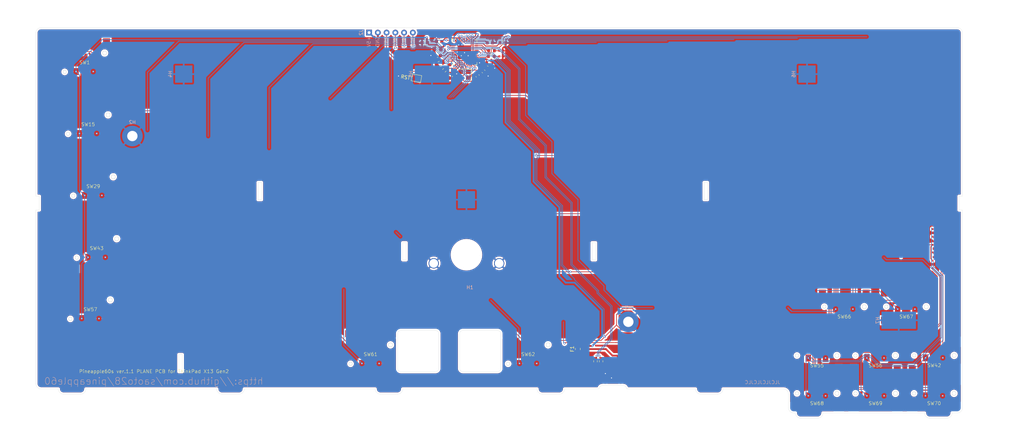
<source format=kicad_pcb>
(kicad_pcb (version 20240108) (generator "pcbnew") (generator_version "8.0")
  (title_block (date "2025-06-08"))
  (layers (0 "F.Cu" signal) (31 "B.Cu" signal) (34 "B.Paste" user) (35 "F.Paste" user) (36 "B.SilkS" user "B.Silkscreen") (37 "F.SilkS" user "F.Silkscreen") (38 "B.Mask" user) (39 "F.Mask" user) (44 "Edge.Cuts" user))
  (net 0 "")
  (net 1 "Net-(D1-A)")
  (net 2 "Net-(D15-A)")
  (net 3 "Net-(D29-A)")
  (net 4 "Net-(D34-A)")
  (net 5 "Net-(D42-A)")
  (net 6 "Net-(D43-A)")
  (net 7 "Net-(D54-A)")
  (net 8 "Net-(D55-A)")
  (net 9 "Net-(D56-A)")
  (net 10 "Net-(D57-A)")
  (net 11 "/MISO")
  (net 12 "/MOSI")
  (net 13 "/SCK")
  (net 14 "Net-(D61-A)")
  (net 15 "Net-(D62-A)")
  (net 16 "Net-(D63-A)")
  (net 17 "Net-(D66-A)")
  (net 18 "Net-(D67-A)")
  (net 19 "Net-(D68-A)")
  (net 20 "Net-(D69-A)")
  (net 21 "Net-(D70-A)")
  (net 22 "/col0")
  (net 23 "/col1")
  (net 24 "/col2")
  (net 25 "/col3")
  (net 26 "/col7")
  (net 27 "/col8")
  (net 28 "/col9")
  (net 29 "/col10")
  (net 30 "/col11")
  (net 31 "/col12")
  (net 32 "/col13")
  (net 33 "GND")
  (net 34 "+5V")
  (net 35 "Net-(U1-AREF)")
  (net 36 "Net-(U1-UCAP)")
  (net 37 "Net-(U1-XTAL1)")
  (net 38 "Net-(U1-XTAL2)")
  (net 39 "/row0")
  (net 40 "/row1")
  (net 41 "/row2")
  (net 42 "/row3")
  (net 43 "/row4")
  (net 44 "Net-(D71-A)")
  (net 45 "Net-(D72-A)")
  (net 46 "/RST")
  (net 47 "/DM")
  (net 48 "/DP")
  (net 49 "Net-(U1-D+)")
  (net 50 "Net-(U1-D-)")
  (net 51 "Net-(J1-Pin_1)")
  (net 52 "Net-(U1-~{HWB}{slash}PE2)")
  (net 54 "Net-(U1-PD4)")
  (net 59 "Net-(U1-PC7)")
  (footprint "pineapple60S:D_SOD-323F_mod" (layer "F.Cu") (at 275.336 109.22 -90)
    (property "Reference" "D56" (hide yes))
    (property "Value" "1N4148WS" (hide yes))
  )
  (footprint "Resistor_SMD:R_0603_1608Metric" (layer "F.Cu") (at 177.449 141.975 90)
    (property "Reference" "R4")
    (property "Value" "22")
  )
  (footprint "pineapple60S:CPG1316M01D02_0.5U" (layer "F.Cu") (at 249.7 126.1)
    (property "Reference" "SW66")
    (property "Value" "SW_Push" (hide yes))
    (fp_circle (center -5.8 0) (end -5.3 0) (stroke (width 0.1)) (fill none) (layer "Edge.Cuts"))
    (fp_circle (center 5.8 0) (end 6.4 0) (stroke (width 0.1)) (fill none) (layer "Edge.Cuts"))
  )
  (footprint "Capacitor_SMD:C_0603_1608Metric" (layer "F.Cu") (at 143.2306 59.012005 -60)
    (property "Reference" "C10")
    (property "Value" "22pF")
  )
  (footprint "pineapple60S:D_SOD-323F_mod" (layer "F.Cu") (at 249.428 113.792 -90)
    (property "Reference" "D70" (hide yes))
    (property "Value" "1N4148WS" (hide yes))
  )
  (footprint "pineapple60S:CPG1316M01D02_0.5U" (layer "F.Cu") (at 267.7 126.1)
    (property "Reference" "SW67")
    (property "Value" "SW_Push" (hide yes))
    (fp_circle (center -5.8 0) (end -5.3 0) (stroke (width 0.1)) (fill none) (layer "Edge.Cuts"))
    (fp_circle (center 5.8 0) (end 6.4 0) (stroke (width 0.1)) (fill none) (layer "Edge.Cuts"))
  )
  (footprint "Capacitor_SMD:C_0603_1608Metric" (layer "F.Cu") (at 144.9578 57.716605 135)
    (property "Reference" "C9")
    (property "Value" "22pF")
  )
  (footprint "pineapple60S:CPG1316S01D02_2U" (layer "F.Cu") (at 157.9 139.95)
    (property "Reference" "SW62")
    (property "Value" "SW_Push" (hide yes))
    (fp_circle (center -5.8 2.75) (end -5.3 2.75) (stroke (width 0.1)) (fill none) (layer "Edge.Cuts"))
    (fp_circle (center 5.8 -2.75) (end 6.4 -2.75) (stroke (width 0.1)) (fill none) (layer "Edge.Cuts"))
  )
  (footprint "pineapple60S:D_SOD-323F_mod" (layer "F.Cu") (at 275.336 113.792 -90)
    (property "Reference" "D55" (hide yes))
    (property "Value" "1N4148WS" (hide yes))
  )
  (footprint "pineapple60S:D_SOD-323F_mod" (layer "F.Cu") (at 30.269 70.612)
    (property "Reference" "D15" (hide yes))
    (property "Value" "1N4148WS" (hide yes))
  )
  (footprint "pineapple60S:QFN-44-1EP_7x7mm_P0.5mm_EP5.2x5.2mm" (layer "F.Cu") (at 139.446 52.164805)
    (property "Reference" "U1")
    (property "Value" "ATmega32U4-M")
  )
  (footprint "FH34SRJ-6S-0.5SH_50_:HRS_FH34SRJ-6S-0.5SH_50_mod" (layer "F.Cu") (at 182.535 146.832)
    (property "Reference" "J1")
    (property "Value" "to PC")
  )
  (footprint "pineapple60S:D_SOD-323F_mod" (layer "F.Cu") (at 249.428 109.136 -90)
    (property "Reference" "D69" (hide yes))
    (property "Value" "1N4148WS" (hide yes))
  )
  (footprint "Resistor_SMD:R_0603_1608Metric" (layer "F.Cu") (at 147.2052 53.347805 180)
    (property "Reference" "R2")
    (property "Value" "2.2k")
  )
  (footprint "pineapple60S:CPG1316M01D02_0.5U" (layer "F.Cu") (at 275.7614 151.308002)
    (property "Reference" "SW70")
    (property "Value" "SW_Push" (hide yes))
    (fp_circle (center -5.8 0) (end -5.3 0) (stroke (width 0.1)) (fill none) (layer "Edge.Cuts"))
    (fp_circle (center 5.8 0) (end 6.4 0) (stroke (width 0.1)) (fill none) (layer "Edge.Cuts"))
  )
  (footprint "Capacitor_SMD:C_0603_1608Metric" (layer "F.Cu") (at 146.812 49.410805 180)
    (property "Reference" "C3")
    (property "Value" "0.1u")
  )
  (footprint "pineapple60S:D_SOD-323F_mod" (layer "F.Cu") (at 263.823297 106.5784)
    (property "Reference" "D54" (hide yes))
    (property "Value" "1N4148WS" (hide yes))
  )
  (footprint "pineapple60S:CPG1316M01D02_0.5U" (layer "F.Cu") (at 275.804 140.27)
    (property "Reference" "SW42")
    (property "Value" "SW_Push" (hide yes))
    (fp_circle (center -5.8 0) (end -5.3 0) (stroke (width 0.1)) (fill none) (layer "Edge.Cuts"))
    (fp_circle (center 5.8 0) (end 6.4 0) (stroke (width 0.1)) (fill none) (layer "Edge.Cuts"))
  )
  (footprint "pineapple60S:D_SOD-323F_mod" (layer "F.Cu") (at 112.3 137.5)
    (property "Reference" "D61" (hide yes))
    (property "Value" "1N4148WS" (hide yes))
  )
  (footprint "pineapple60S:D_SOD-323F_mod" (layer "F.Cu") (at 32.682 106.553)
    (property "Reference" "D43" (hide yes))
    (property "Value" "1N4148WS" (hide yes))
  )
  (footprint "Resistor_SMD:R_0603_1608Metric" (layer "F.Cu") (at 150.5712 49.403 180)
    (property "Reference" "R1")
    (property "Value" "10k")
  )
  (footprint "LED_SMD:LED_0402_1005Metric" (layer "F.Cu") (at 150.0402 53.34 180)
    (property "Reference" "D71")
    (property "Value" "LED")
  )
  (footprint "Resistor_SMD:R_0603_1608Metric" (layer "F.Cu") (at 133.5786 57.386405 -135)
    (property "Reference" "R6")
    (property "Value" "10k")
  )
  (footprint "Capacitor_SMD:C_0603_1608Metric" (layer "F.Cu") (at 146.440924 55.727805 150)
    (property "Reference" "C2")
    (property "Value" "0.1u")
  )
  (footprint "pineapple60S:CPG1316S01D02_1.25U" (layer "F.Cu") (at 32.65 109.108805)
    (property "Reference" "SW43")
    (property "Value" "SW_Push" (hide yes))
    (fp_circle (center -5.8 2.75) (end -5.3 2.75) (stroke (width 0.1)) (fill none) (layer "Edge.Cuts"))
    (fp_circle (center 5.8 -2.75) (end 6.4 -2.75) (stroke (width 0.1)) (fill none) (layer "Edge.Cuts"))
  )
  (footprint "Resistor_SMD:R_0603_1608Metric" (layer "F.Cu") (at 179.1 141.975 90)
    (property "Reference" "R5")
    (property "Value" "22")
  )
  (footprint "Capacitor_SMD:C_0603_1608Metric" (layer "F.Cu") (at 135.4836 58.935805 60)
    (property "Reference" "C1")
    (property "Value" "0.1u")
  )
  (footprint "pineapple60S:CPG1316S01D02_1.25U" (layer "F.Cu") (at 29.15 55.108805)
    (property "Reference" "SW1")
    (property "Value" "SW_Push" (hide yes))
    (fp_circle (center -5.8 2.75) (end -5.3 2.75) (stroke (width 0.1)) (fill none) (layer "Edge.Cuts"))
    (fp_circle (center 5.8 -2.75) (end 6.4 -2.75) (stroke (width 0.1)) (fill none) (layer "Edge.Cuts"))
  )
  (footprint "pineapple60S:D_SOD-323F_mod" (layer "F.Cu") (at 30.8 124.4)
    (property "Reference" "D57" (hide yes))
    (property "Value" "1N4148WS" (hide yes))
  )
  (footprint "pineapple60S:CPG1316S01D02_1.25U" (layer "F.Cu") (at 30.15 73.108805)
    (property "Reference" "SW15")
    (property "Value" "SW_Push" (hide yes))
    (fp_circle (center -5.8 2.75) (end -5.3 2.75) (stroke (width 0.1)) (fill none) (layer "Edge.Cuts"))
    (fp_circle (center 5.8 -2.75) (end 6.4 -2.75) (stroke (width 0.1)) (fill none) (layer "Edge.Cuts"))
  )
  (footprint "Capacitor_SMD:C_0805_2012Metric" (layer "F.Cu") (at 132.293124 55.489005 30)
    (property "Reference" "C6")
    (property "Value" "10u")
  )
  (footprint "Capacitor_SMD:C_0603_1608Metric" (layer "F.Cu") (at 131.6228 53.144605)
    (property "Reference" "C8")
    (property "Value" "1u")
  )
  (footprint "pineapple60S:D_SOD-323F_mod" (layer "F.Cu") (at 31.623 88.519)
    (property "Reference" "D29" (hide yes))
    (property "Value" "1N4148WS" (hide yes))
  )
  (footprint "pineapple60S:CPG1316S01D02_1.25U" (layer "F.Cu") (at 31.65 91.108805)
    (property "Reference" "SW29")
    (property "Value" "SW_Push" (hide yes))
    (fp_circle (center -5.8 2.75) (end -5.3 2.75) (stroke (width 0.1)) (fill none) (layer "Edge.Cuts"))
    (fp_circle (center 5.8 -2.75) (end 6.4 -2.75) (stroke (width 0.1)) (fill none) (layer "Edge.Cuts"))
  )
  (footprint "pineapple60S:CPG1316S01D02_1U" (layer "F.Cu") (at 30.8 126.9)
    (property "Reference" "SW57")
    (property "Value" "SW_Push" (hide yes))
    (fp_circle (center -5.8 2.75) (end -5.3 2.75) (stroke (width 0.1)) (fill none) (layer "Edge.Cuts"))
    (fp_circle (center 5.8 -2.75) (end 6.4 -2.75) (stroke (width 0.1)) (fill none) (layer "Edge.Cuts"))
  )
  (footprint "Resistor_SMD:R_0603_1608Metric" (layer "F.Cu") (at 147.2692 51.689 180)
    (property "Reference" "R3")
    (property "Value" "2.2k")
  )
  (footprint "Capacitor_SMD:C_0603_1608Metric" (layer "F.Cu") (at 127.889 49.410805)
    (property "Reference" "C4")
    (property "Value" "0.1u")
  )
  (footprint "pineapple60S:D_SOD-323F_mod" (layer "F.Cu") (at 252.984 109.22 -90)
    (property "Reference" "D66" (hide yes))
    (property "Value" "1N4148WS" (hide yes))
  )
  (footprint "pineapple60S:CPG1316M01D02_0.5U" (layer "F.Cu") (at 241.7614 140.308002)
    (property "Reference" "SW55")
    (property "Value" "SW_Push" (hide yes))
    (fp_circle (center -5.8 0) (end -5.3 0) (stroke (width 0.1)) (fill none) (layer "Edge.Cuts"))
    (fp_circle (center 5.8 0) (end 6.4 0) (stroke (width 0.1)) (fill none) (layer "Edge.Cuts"))
  )
  (footprint "Jumper:SolderJumper-2_P1.3mm_Open_Pad1.0x1.5mm" (layer "F.Cu") (at 125.476 59.69 170)
    (property "Reference" "SW71" (hide yes))
    (property "Value" "RST")
  )
  (footprint "pineapple60S:D_SOD-323F_mod" (layer "F.Cu") (at 189.752 132.757 10)
    (property "Reference" "D63" (hide yes))
    (property "Value" "1N4148WS" (hide yes))
  )
  (footprint "pineapple60S:Trackpoint_X13G2" (layer "F.Cu") (at 140 111)
    (property "Reference" "H1")
    (property "Value" "Trackpoint_X13G2")
  )
  (footprint "pineapple60S:CPG1316M01D02_0.5U" (layer "F.Cu") (at 241.7614 151.308002)
    (property "Reference" "SW68")
    (property "Value" "SW_Push" (hide yes))
    (fp_circle (center -5.8 0) (end -5.3 0) (stroke (width 0.1)) (fill none) (layer "Edge.Cuts"))
    (fp_circle (center 5.8 0) (end 6.4 0) (stroke (width 0.1)) (fill none) (layer "Edge.Cuts"))
  )
  (footprint "pineapple60S:CPG1316S01D02_2U" (layer "F.Cu") (at 112.15 139.95)
    (property "Reference" "SW61")
    (property "Value" "SW_Push" (hide yes))
    (fp_circle (center -5.8 2.75) (end -5.3 2.75) (stroke (width 0.1)) (fill none) (layer "Edge.Cuts"))
    (fp_circle (center 5.8 -2.75) (end 6.4 -2.75) (stroke (width 0.1)) (fill none) (layer "Edge.Cuts"))
  )
  (footprint "pineapple60S:D_SOD-323F_mod" (layer "F.Cu") (at 157.8 137.414)
    (property "Reference" "D62" (hide yes))
    (property "Value" "1N4148WS" (hide yes))
  )
  (footprint "Fuse:Fuse_0805_2012Metric" (layer "F.Cu") (at 172.35 138.4 90)
    (property "Reference" "F1")
    (property "Value" "SMD0805-020")
  )
  (footprint "LED_SMD:LED_0402_1005Metric" (layer "F.Cu") (at 150.0354 51.689 180)
    (property "Reference" "D72")
    (property "Value" "LED")
  )
  (footprint "pineapple60S:D_SOD-323F_mod" (layer "F.Cu") (at 29.5 52.578)
    (property "Reference" "D1" (hide yes))
    (property "Value" "1N4148WS" (hide yes))
  )
  (footprint "pineapple60S:D_SOD-323F_mod" (layer "F.Cu") (at 249.428 104.648 -90)
    (property "Reference" "D68" (hide yes))
    (property "Value" "1N4148WS" (hide yes))
  )
  (footprint "Capacitor_SMD:C_0805_2012Metric" (layer "F.Cu") (at 131.6228 51.163405)
    (property "Reference" "C5")
    (property "Value" "4.7u")
  )
  (footprint "pineapple60S:D_SOD-323F_mod" (layer "F.Cu") (at 252.984 113.792 -90)
    (property "Reference" "D67" (hide yes))
    (property "Value" "1N4148WS" (hide yes))
  )
  (footprint "pineapple60S:CPG1316M01D02_0.5U" (layer "F.Cu") (at 258.7614 151.308002)
    (property "Reference" "SW69")
    (property "Value" "SW_Push" (hide yes))
    (fp_circle (center -5.8 0) (end -5.3 0) (stroke (width 0.1)) (fill none) (layer "Edge.Cuts"))
    (fp_circle (center 5.8 0) (end 6.4 0) (stroke (width 0.1)) (fill none) (layer "Edge.Cuts"))
  )
  (footprint "Crystal:Crystal_SMD_3225-4Pin_3.2x2.5mm" (layer "F.Cu") (at 139.446 58.681805 180)
    (property "Reference" "Y1")
    (property "Value" "16MHz SMD crystal oscillator 18pF")
  )
  (footprint "pineapple60S:D_SOD-323F_mod" (layer "F.Cu") (at 275.336 104.648 -90)
    (property "Reference" "D42" (hide yes))
    (property "Value" "1N4148WS" (hide yes))
  )
  (footprint "Capacitor_SMD:C_0603_1608Metric" (layer "F.Cu") (at 132.08 49.0474)
    (property "Reference" "C7")
    (property "Value" "1u")
  )
  (footprint "pineapple60S:CPG1316M01D02_0.5U" (layer "F.Cu") (at 258.739 140.308002)
    (property "Reference" "SW56")
    (property "Value" "SW_Push" (hide yes))
    (fp_circle (center -5.8 0) (end -5.3 0) (stroke (width 0.1)) (fill none) (layer "Edge.Cuts"))
    (fp_circle (center 5.8 0) (end 6.4 0) (stroke (width 0.1)) (fill none) (layer "Edge.Cuts"))
  )
  (footprint "pineapple60S:SolderWirePad_1x01_SMD_5x10mm" (layer "B.Cu") (at 265.5 130.048 -90)
    (property "Reference" "H7")
    (property "Value" "MountingHole_Pad_MP")
  )
  (footprint "pineapple60S:MountingHole_3mm_Pad_Top_noVia" (layer "B.Cu") (at 187 130.5 180)
    (property "Reference" "H3")
    (property "Value" "MountingHole")
  )
  (footprint "pineapple60S:SolderWirePad_1x01_SMD_5x5mm" (layer "B.Cu") (at 57.912 58.5 -90)
    (property "Reference" "H4")
    (property "Value" "MountingHole_Pad_MP")
  )
  (footprint "pineapple60S:MountingHole_3mm_Pad_Top_noVia" (layer "B.Cu") (at 43 76.5 180)
    (property "Reference" "H2")
    (property "Value" "MountingHole")
  )
  (footprint "pineapple60S:PinHeader_0.8x06_P2.54mm_Vertical_noline_toponly" (layer "B.Cu") (at 111.7346 46.4312 -90)
    (property "Reference" "J2")
    (property "Value" "boot")
  )
  (footprint "pineapple60S:SolderWirePad_1x01_SMD_5x5mm" (layer "B.Cu") (at 238.887 58.4962 -90)
    (property "Reference" "H6")
    (property "Value" "MountingHole_Pad_MP")
  )
  (footprint "pineapple60S:SolderWirePad_1x01_SMD_5x10mm" (layer "B.Cu") (at 130 58.5 -90)
    (property "Reference" "H5")
    (property "Value" "MountingHole_Pad_MP")
  )
  (gr_arc (start 168.5 150) (mid 168.06066 151.06066) (end 167 151.5) (stroke (width 0.05)) (layer "Edge.Cuts"))
  (gr_line (start 120 134) (end 120 144) (stroke (width 0.05)) (layer "Edge.Cuts"))
  (gr_line (start 284 155.5) (end 284 98) (stroke (width 0.05)) (layer "Edge.Cuts"))
  (gr_arc (start 208 151.5) (mid 206.93934 151.06066) (end 206.5 150) (stroke (width 0.05)) (layer "Edge.Cuts"))
  (gr_line (start 16.5 150) (end 21.5 150) (stroke (width 0.05)) (layer "Edge.Cuts"))
  (gr_rect (start 56.5 140) (end 57.5 145) (stroke (width 0.05)) (fill none) (layer "Edge.Cuts"))
  (gr_arc (start 274.5 158.5) (mid 273.43934 158.06066) (end 273 157) (stroke (width 0.05)) (layer "Edge.Cuts"))
  (gr_line (start 28 151.5) (end 23 151.5) (stroke (width 0.05)) (layer "Edge.Cuts"))
  (gr_arc (start 69 151.5) (mid 67.93934 151.06066) (end 67.5 150) (stroke (width 0.05)) (layer "Edge.Cuts"))
  (gr_line (start 235 157) (end 235.5 157) (stroke (width 0.05)) (layer "Edge.Cuts"))
  (gr_arc (start 75.5 150) (mid 75.06066 151.06066) (end 74 151.5) (stroke (width 0.05)) (layer "Edge.Cuts"))
  (gr_arc (start 237 158.5) (mid 235.93934 158.06066) (end 235.5 157) (stroke (width 0.05)) (layer "Edge.Cuts"))
  (gr_line (start 113.5 150) (end 75.5 150) (stroke (width 0.05)) (layer "Edge.Cuts"))
  (gr_line (start 132 134) (end 132 144) (stroke (width 0.05)) (layer "Edge.Cuts"))
  (gr_line (start 149 145) (end 139 145) (stroke (width 0.05)) (layer "Edge.Cuts"))
  (gr_rect (start 209 90) (end 210 95) (stroke (width 0.05)) (fill none) (layer "Edge.Cuts"))
  (gr_arc (start 29.5 150) (mid 29.06066 151.06066) (end 28 151.5) (stroke (width 0.05)) (layer "Edge.Cuts"))
  (gr_arc (start 235 157) (mid 233.93934 156.56066) (end 233.5 155.5) (stroke (width 0.05)) (layer "Edge.Cuts"))
  (gr_arc (start 121 145) (mid 120.292893 144.707107) (end 120 144) (stroke (width 0.05)) (layer "Edge.Cuts"))
  (gr_line (start 131 145) (end 121 145) (stroke (width 0.05)) (layer "Edge.Cuts"))
  (gr_line (start 232 150) (end 214.5 150) (stroke (width 0.05)) (layer "Edge.Cuts"))
  (gr_line (start 74 151.5) (end 69 151.5) (stroke (width 0.05)) (layer "Edge.Cuts"))
  (gr_arc (start 178.5 150) (mid 178.792893 149.292893) (end 179.5 149) (stroke (width 0.05)) (layer "Edge.Cuts"))
  (gr_arc (start 132 144) (mid 131.707107 144.707107) (end 131 145) (stroke (width 0.05)) (layer "Edge.Cuts"))
  (gr_arc (start 284 155.5) (mid 283.56066 156.56066) (end 282.5 157) (stroke (width 0.05)) (layer "Edge.Cuts"))
  (gr_arc (start 232 150) (mid 233.06066 150.43934) (end 233.5 151.5) (stroke (width 0.05)) (layer "Edge.Cuts"))
  (gr_rect (start 79.5 90) (end 80.5 95) (stroke (width 0.05)) (fill none) (layer "Edge.Cuts"))
  (gr_line (start 281 157) (end 282.5 157) (stroke (width 0.05)) (layer "Edge.Cuts"))
  (gr_line (start 282.5 45) (end 16.5 45) (stroke (width 0.05)) (layer "Edge.Cuts"))
  (gr_line (start 243.5 157) (end 273 157) (stroke (width 0.05)) (layer "Edge.Cuts"))
  (gr_arc (start 214.5 150) (mid 214.06066 151.06066) (end 213 151.5) (stroke (width 0.05)) (layer "Edge.Cuts"))
  (gr_line (start 150 134) (end 150 144) (stroke (width 0.05)) (layer "Edge.Cuts"))
  (gr_line (start 233.5 151.5) (end 233.5 155.5) (stroke (width 0.05)) (layer "Edge.Cuts"))
  (gr_line (start 121 133) (end 131 133) (stroke (width 0.05)) (layer "Edge.Cuts"))
  (gr_line (start 120 151.5) (end 115 151.5) (stroke (width 0.05)) (layer "Edge.Cuts"))
  (gr_rect (start 121.5 107.5) (end 122.5 112.5) (stroke (width 0.05)) (fill none) (layer "Edge.Cuts"))
  (gr_line (start 15 98) (end 15 148.5) (stroke (width 0.05)) (layer "Edge.Cuts"))
  (gr_line (start 213 151.5) (end 208 151.5) (stroke (width 0.05)) (layer "Edge.Cuts"))
  (gr_line (start 283 98) (end 284 98) (stroke (width 0.05)) (layer "Edge.Cuts"))
  (gr_arc (start 120 134) (mid 120.292893 133.292893) (end 121 133) (stroke (width 0.05)) (layer "Edge.Cuts"))
  (gr_line (start 242 158.5) (end 237 158.5) (stroke (width 0.05)) (layer "Edge.Cuts"))
  (gr_arc (start 162 151.5) (mid 160.93934 151.06066) (end 160.5 150) (stroke (width 0.05)) (layer "Edge.Cuts"))
  (gr_arc (start 131 133) (mid 131.707107 133.292893) (end 132 134) (stroke (width 0.05)) (layer "Edge.Cuts"))
  (gr_arc (start 150 144) (mid 149.707107 144.707107) (end 149 145) (stroke (width 0.05)) (layer "Edge.Cuts"))
  (gr_line (start 139 133) (end 149 133) (stroke (width 0.05)) (layer "Edge.Cuts"))
  (gr_arc (start 121.5 150) (mid 121.06066 151.06066) (end 120 151.5) (stroke (width 0.05)) (layer "Edge.Cuts"))
  (gr_arc (start 16.5 150) (mid 15.43934 149.56066) (end 15 148.5) (stroke (width 0.05)) (layer "Edge.Cuts"))
  (gr_line (start 167 151.5) (end 162 151.5) (stroke (width 0.05)) (layer "Edge.Cuts"))
  (gr_arc (start 281 157) (mid 280.56066 158.06066) (end 279.5 158.5) (stroke (width 0.05)) (layer "Edge.Cuts"))
  (gr_line (start 138 144) (end 138 134) (stroke (width 0.05)) (layer "Edge.Cuts"))
  (gr_line (start 29.5 150) (end 67.5 150) (stroke (width 0.05)) (layer "Edge.Cuts"))
  (gr_line (start 15 94) (end 15 46.5) (stroke (width 0.05)) (layer "Edge.Cuts"))
  (gr_line (start 178.5 150) (end 168.5 150) (stroke (width 0.05)) (layer "Edge.Cuts"))
  (gr_line (start 284 94) (end 283 94) (stroke (width 0.05)) (layer "Edge.Cuts"))
  (gr_line (start 16 94) (end 16 98) (stroke (width 0.05)) (layer "Edge.Cuts"))
  (gr_line (start 15 94) (end 16 94) (stroke (width 0.05)) (layer "Edge.Cuts"))
  (gr_line (start 284 94) (end 284 46.5) (stroke (width 0.05)) (layer "Edge.Cuts"))
  (gr_arc (start 138 134) (mid 138.292893 133.292893) (end 139 133) (stroke (width 0.05)) (layer "Edge.Cuts"))
  (gr_line (start 16 98) (end 15 98) (stroke (width 0.05)) (layer "Edge.Cuts"))
  (gr_arc (start 243.5 157) (mid 243.06066 158.06066) (end 242 158.5) (stroke (width 0.05)) (layer "Edge.Cuts"))
  (gr_arc (start 139 145) (mid 138.292893 144.707107) (end 138 144) (stroke (width 0.05)) (layer "Edge.Cuts"))
  (gr_arc (start 185.5 149) (mid 186.207107 149.292893) (end 186.5 150) (stroke (width 0.05)) (layer "Edge.Cuts"))
  (gr_rect (start 176.5 107.5) (end 177.5 112.5) (stroke (width 0.05)) (fill none) (layer "Edge.Cuts"))
  (gr_line (start 185.5 149) (end 179.5 149) (stroke (width 0.05)) (layer "Edge.Cuts"))
  (gr_arc (start 15 46.5) (mid 15.43934 45.43934) (end 16.5 45) (stroke (width 0.05)) (layer "Edge.Cuts"))
  (gr_line (start 283 94) (end 283 98) (stroke (width 0.05)) (layer "Edge.Cuts"))
  (gr_arc (start 115 151.5) (mid 113.93934 151.06066) (end 113.5 150) (stroke (width 0.05)) (layer "Edge.Cuts"))
  (gr_line (start 160.5 150) (end 121.5 150) (stroke (width 0.05)) (layer "Edge.Cuts"))
  (gr_line (start 186.5 150) (end 206.5 150) (stroke (width 0.05)) (layer "Edge.Cuts"))
  (gr_arc (start 23 151.5) (mid 21.93934 151.06066) (end 21.5 150) (stroke (width 0.05)) (layer "Edge.Cuts"))
  (gr_arc (start 282.5 45) (mid 283.56066 45.43934) (end 284 46.5) (stroke (width 0.05)) (layer "Edge.Cuts"))
  (gr_line (start 279.5 158.5) (end 274.5 158.5) (stroke (width 0.05)) (layer "Edge.Cuts"))
  (gr_arc (start 149 133) (mid 149.707107 133.292893) (end 150 134) (stroke (width 0.05)) (layer "Edge.Cuts"))
  (gr_text "+5V" (at 112.2426 47.5234 90) (layer "B.SilkS") (effects (font (size 1 1) (thickness 0.1)) (justify left bottom mirror)))
  (gr_text "GND" (at 114.7826 47.5234 90) (layer "B.SilkS") (effects (font (size 1 1) (thickness 0.1)) (justify left bottom mirror)))
  (gr_text "RST" (at 117.3226 47.5234 90) (layer "B.SilkS") (effects (font (size 1 1) (thickness 0.1)) (justify left bottom mirror)))
  (gr_text "JLCJLCJLCJLC" (at 231.1654 148.6662 0) (layer "B.SilkS") (effects (font (size 1 1) (thickness 0.1)) (justify left bottom mirror)))
  (gr_text "SCK" (at 124.9426 47.5234 90) (layer "B.SilkS") (effects (font (size 1 1) (thickness 0.1)) (justify left bottom mirror)))
  (gr_text "MOSI" (at 119.8626 47.5234 90) (layer "B.SilkS") (effects (font (size 1 1) (thickness 0.1)) (justify left bottom mirror)))
  (gr_text "MISO" (at 122.4026 47.5234 90) (layer "B.SilkS") (effects (font (size 1 1) (thickness 0.1)) (justify left bottom mirror)))
  (gr_text "https://github.com/saoto28/pineapple60" (at 81.0768 148.9202 0) (layer "B.SilkS") (effects (font (size 2 2) (thickness 0.1)) (justify left bottom mirror)))
  (gr_text "Pineapple60s ver.1.1 PLANE PCB for ThinkPad X13 Gen2" (at 27.5 145.5 0) (layer "F.SilkS") (effects (font (size 1 1) (thickness 0.1)) (justify left bottom)))
  (segment (start 30.6 56.708805) (end 31.65 57.758805) (width 0.2) (layer "F.Cu") (net 1))
  (segment (start 30.6 52.578) (end 30.6 56.708805) (width 0.2) (layer "F.Cu") (net 1))
  (segment (start 31.369 74.477805) (end 32.65 75.758805) (width 0.2) (layer "F.Cu") (net 2))
  (segment (start 31.369 70.612) (end 31.369 74.477805) (width 0.2) (layer "F.Cu") (net 2))
  (segment (start 32.723 92.331805) (end 34.15 93.758805) (width 0.2) (layer "F.Cu") (net 3))
  (segment (start 32.723 88.519) (end 32.723 92.331805) (width 0.2) (layer "F.Cu") (net 3))
  (segment (start 125.483578 106.321419) (end 125.734638 106.572479) (width 0.2) (layer "F.Cu") (net 4))
  (segment (start 278.304 140.97) (end 278.304 108.716) (width 0.2) (layer "F.Cu") (net 5))
  (segment (start 278.304 108.716) (end 275.336 105.748) (width 0.2) (layer "F.Cu") (net 5))
  (segment (start 33.782 110.390805) (end 35.15 111.758805) (width 0.2) (layer "F.Cu") (net 6))
  (segment (start 33.782 106.553) (end 33.782 110.390805) (width 0.2) (layer "F.Cu") (net 6))
  (segment (start 266.189697 107.8448) (end 264.923297 106.5784) (width 0.2) (layer "F.Cu") (net 7))
  (segment (start 266.189697 111.758805) (end 266.189697 107.8448) (width 0.2) (layer "F.Cu") (net 7))
  (segment (start 270.715998 137.658002) (end 277.425 130.949) (width 0.2) (layer "F.Cu") (net 8))
  (segment (start 247.6114 137.658002) (end 270.715998 137.658002) (width 0.2) (layer "F.Cu") (net 8))
  (segment (start 277.425 130.949) (end 277.425 116.981) (width 0.2) (layer "F.Cu") (net 8))
  (segment (start 277.425 116.981) (end 275.336 114.892) (width 0.2) (layer "F.Cu") (net 8))
  (segment (start 244.2614 141.008002) (end 247.6114 137.658002) (width 0.2) (layer "F.Cu") (net 8))
  (segment (start 264.189 138.058002) (end 270.881998 138.058002) (width 0.2) (layer "F.Cu") (net 9))
  (segment (start 261.239 141.008002) (end 264.189 138.058002) (width 0.2) (layer "F.Cu") (net 9))
  (segment (start 277.825 112.809) (end 275.336 110.32) (width 0.2) (layer "F.Cu") (net 9))
  (segment (start 277.825 131.115) (end 277.825 112.809) (width 0.2) (layer "F.Cu") (net 9))
  (segment (start 270.881998 138.058002) (end 277.825 131.115) (width 0.2) (layer "F.Cu") (net 9))
  (segment (start 31.9 124.4) (end 31.9 128.15) (width 0.2) (layer "F.Cu") (net 10))
  (segment (start 31.9 128.15) (end 33.3 129.55) (width 0.2) (layer "F.Cu") (net 10))
  (segment (start 136.0539 54.719405) (end 136.1085 54.664805) (width 0.2) (layer "F.Cu") (net 11))
  (segment (start 134.87058 54.73531) (end 134.886485 54.719405) (width 0.2) (layer "F.Cu") (net 11))
  (segment (start 134.259235 54.89204) (end 134.415965 54.73531) (width 0.2) (layer "F.Cu") (net 11))
  (segment (start 121.8946 46.4312) (end 121.8946 50.264805) (width 0.2) (layer "F.Cu") (net 11))
  (segment (start 121.8946 50.264805) (end 121.92 50.290205) (width 0.2) (layer "F.Cu") (net 11))
  (segment (start 134.415965 54.73531) (end 134.87058 54.73531) (width 0.2) (layer "F.Cu") (net 11))
  (segment (start 134.886485 54.719405) (end 136.0539 54.719405) (width 0.2) (layer "F.Cu") (net 11))
  (via (at 134.259235 54.89204) (size 0.6) (drill 0.3) (layers "F.Cu" "B.Cu") (net 11))
  (via (at 121.92 50.290205) (size 0.6) (drill 0.3) (layers "F.Cu" "B.Cu") (net 11))
  (segment (start 124.211471 50.890205) (end 123.486266 50.165) (width 0.2) (layer "B.Cu") (net 11))
  (segment (start 130.607286 50.565) (end 125.033734 50.565) (width 0.2) (layer "B.Cu") (net 11))
  (segment (start 123.486266 50.165) (end 115.869782 50.165) (width 0.2) (layer "B.Cu") (net 11))
  (segment (start 134.022051 53.979765) (end 130.607286 50.565) (width 0.2) (layer "B.Cu") (net 11))
  (segment (start 125.033734 50.565) (end 124.708529 50.890205) (width 0.2) (layer "B.Cu") (net 11))
  (segment (start 109.65 142.55) (end 104.394 137.294) (width 0.2) (layer "B.Cu") (net 11))
  (segment (start 109.65 142.6) (end 109.65 142.55) (width 0.2) (layer "B.Cu") (net 11))
  (segment (start 134.259235 54.621023) (end 134.022051 54.383839) (width 0.2) (layer "B.Cu") (net 11))
  (segment (start 104.390027 135.759027) (end 104.390027 121.086527) (width 0.2) (layer "B.Cu") (net 11))
  (segment (start 134.259235 54.89204) (end 134.259235 54.621023) (width 0.2) (layer "B.Cu") (net 11))
  (segment (start 115.869782 50.165) (end 100.472124 65.562658) (width 0.2) (layer "B.Cu") (net 11))
  (segment (start 104.394 135.763) (end 104.390027 135.759027) (width 0.2) (layer "B.Cu") (net 11))
  (segment (start 124.708529 50.890205) (end 124.211471 50.890205) (width 0.2) (layer "B.Cu") (net 11))
  (segment (start 134.022051 54.383839) (end 134.022051 53.979765) (width 0.2) (layer "B.Cu") (net 11))
  (segment (start 104.394 137.294) (end 104.394 135.763) (width 0.2) (layer "B.Cu") (net 11))
  (segment (start 134.622051 54.13531) (end 134.651546 54.164805) (width 0.2) (layer "F.Cu") (net 12))
  (segment (start 134.651546 54.164805) (end 136.1085 54.164805) (width 0.2) (layer "F.Cu") (net 12))
  (segment (start 119.3546 50.7396) (end 119.38 50.765) (width 0.2) (layer "F.Cu") (net 12))
  (segment (start 119.3546 46.4312) (end 119.3546 50.7396) (width 0.2) (layer "F.Cu") (net 12))
  (via (at 119.38 50.765) (size 0.6) (drill 0.3) (layers "F.Cu" "B.Cu") (net 12))
  (via (at 134.622051 54.13531) (size 0.6) (drill 0.3) (layers "F.Cu" "B.Cu") (net 12))
  (segment (start 134.507764 55.49204) (end 134.010706 55.49204) (width 0.2) (layer "B.Cu") (net 12))
  (segment (start 125.19942 50.965) (end 124.874215 51.290205) (width 0.2) (layer "B.Cu") (net 12))
  (segment (start 123.68258 50.927) (end 119.253 50.927) (width 0.2) (layer "B.Cu") (net 12))
  (segment (start 130.4416 50.965) (end 125.19942 50.965) (width 0.2) (layer "B.Cu") (net 12))
  (segment (start 119.504631 104.39827) (end 120.810599 105.704238) (width 0.2) (layer "B.Cu") (net 12))
  (segment (start 147.072194 124.212194) (end 155.234 132.374) (width 0.2) (layer "B.Cu") (net 12))
  (segment (start 134.859235 55.140569) (end 134.507764 55.49204) (width 0.2) (layer "B.Cu") (net 12))
  (segment (start 124.874215 51.290205) (end 124.045785 51.290205) (width 0.2) (layer "B.Cu") (net 12))
  (segment (start 134.622051 54.13531) (end 134.859235 54.372494) (width 0.2) (layer "B.Cu") (net 12))
  (segment (start 133.622051 55.103385) (end 133.622051 54.145451) (width 0.2) (layer "B.Cu") (net 12))
  (segment (start 134.010706 55.49204) (end 133.622051 55.103385) (width 0.2) (layer "B.Cu") (net 12))
  (segment (start 119.253 50.927) (end 118.198664 51.981336) (width 0.2) (layer "B.Cu") (net 12))
  (segment (start 155.234 142.434) (end 155.4 142.6) (width 0.2) (layer "B.Cu") (net 12))
  (segment (start 155.234 132.374) (end 155.234 142.434) (width 0.2) (layer "B.Cu") (net 12))
  (segment (start 134.859235 54.372494) (end 134.859235 55.140569) (width 0.2) (layer "B.Cu") (net 12))
  (segment (start 118.198664 51.981336) (end 118.198664 68.688325) (width 0.2) (layer "B.Cu") (net 12))
  (segment (start 133.622051 54.145451) (end 130.4416 50.965) (width 0.2) (layer "B.Cu") (net 12))
  (segment (start 124.045785 51.290205) (end 123.68258 50.927) (width 0.2) (layer "B.Cu") (net 12))
  (segment (start 124.4346 50.264806) (end 124.4346 46.4312) (width 0.2) (layer "F.Cu") (net 13))
  (segment (start 168.674897 136.5504) (end 168.471697 136.7536) (width 0.2) (layer "F.Cu") (net 13))
  (segment (start 124.459999 50.290205) (end 124.4346 50.264806) (width 0.2) (layer "F.Cu") (net 13))
  (segment (start 183.4 136.5504) (end 184.4504 136.5504) (width 0.2) (layer "F.Cu") (net 13))
  (segment (start 183.4 136.5504) (end 168.674897 136.5504) (width 0.2) (layer "F.Cu") (net 13))
  (segment (start 184.4504 136.5504) (end 186.3 138.4) (width 0.2) (layer "F.Cu") (net 13))
  (segment (start 135.282879 53.664805) (end 135.18288 53.564806) (width 0.2) (layer "F.Cu") (net 13))
  (segment (start 136.1085 53.664805) (end 135.282879 53.664805) (width 0.2) (layer "F.Cu") (net 13))
  (via (at 135.18288 53.564806) (size 0.6) (drill 0.3) (layers "F.Cu" "B.Cu") (net 13))
  (via (at 124.459999 50.290205) (size 0.6) (drill 0.3) (layers "F.Cu" "B.Cu") (net 13))
  (via (at 168.471697 136.7536) (size 0.6) (drill 0.3) (layers "F.Cu" "B.Cu") (net 13))
  (segment (start 124.585204 50.165) (end 130.772972 50.165) (width 0.2) (layer "B.Cu") (net 13))
  (segment (start 140.589 60.140314) (end 140.589 59.247306) (width 0.2) (layer "B.Cu") (net 13))
  (segment (start 140.589 59.247306) (end 138.3094 56.967706) (width 0.2) (layer "B.Cu") (net 13))
  (segment (start 135.153384 53.53531) (end 135.18288 53.564806) (width 0.2) (layer "B.Cu") (net 13))
  (segment (start 168.166897 136.4488) (end 168.166897 130.534481) (width 0.2) (layer "B.Cu") (net 13))
  (segment (start 168.471697 136.7536) (end 168.166897 136.4488) (width 0.2) (layer "B.Cu") (net 13))
  (segment (start 138.3094 56.967706) (end 138.3094 56.691326) (width 0.2) (layer "B.Cu") (net 13))
  (segment (start 130.772972 50.165) (end 134.143282 53.53531) (width 0.2) (layer "B.Cu") (net 13))
  (segment (start 138.3094 56.691326) (end 135.18288 53.564806) (width 0.2) (layer "B.Cu") (net 13))
  (segment (start 134.143282 53.53531) (end 135.153384 53.53531) (width 0.2) (layer "B.Cu") (net 13))
  (segment (start 124.459999 50.290205) (end 124.585204 50.165) (width 0.2) (layer "B.Cu") (net 13))
  (segment (start 135.382 65.347314) (end 140.589 60.140314) (width 0.2) (layer "B.Cu") (net 13))
  (segment (start 113.4 137.5) (end 113.4 141.35) (width 0.2) (layer "F.Cu") (net 14))
  (segment (start 113.4 141.35) (end 114.65 142.6) (width 0.2) (layer "F.Cu") (net 14))
  (segment (start 158.9 137.414) (end 158.9 141.1) (width 0.2) (layer "F.Cu") (net 15))
  (segment (start 158.9 141.1) (end 160.4 142.6) (width 0.2) (layer "F.Cu") (net 15))
  (segment (start 190.835289 132.565987) (end 190.835289 137.143009) (width 0.2) (layer "F.Cu") (net 16))
  (segment (start 190.835289 137.143009) (end 191.224039 137.531759) (width 0.2) (layer "F.Cu") (net 16))
  (segment (start 252.2 126.9) (end 252.2 111.104) (width 0.2) (layer "F.Cu") (net 17))
  (segment (start 252.2 111.104) (end 252.984 110.32) (width 0.2) (layer "F.Cu") (net 17))
  (segment (start 252.984 114.892) (end 252.984 122.184) (width 0.2) (layer "F.Cu") (net 18))
  (segment (start 267.632459 124.232459) (end 270.2 126.8) (width 0.2) (layer "F.Cu") (net 18))
  (segment (start 252.984 122.184) (end 255.032459 124.232459) (width 0.2) (layer "F.Cu") (net 18))
  (segment (start 255.032459 124.232459) (end 267.632459 124.232459) (width 0.2) (layer "F.Cu") (net 18))
  (segment (start 248.412 112.210314) (end 248.412 106.764) (width 0.2) (layer "F.Cu") (net 19))
  (segment (start 248.412 106.764) (end 249.428 105.748) (width 0.2) (layer "F.Cu") (net 19))
  (segment (start 247.104 122.361686) (end 247.104 113.518314) (width 0.2) (layer "F.Cu") (net 19))
  (segment (start 244.2614 152.008002) (end 244.2614 147.9954) (width 0.2) (layer "F.Cu") (net 19))
  (segment (start 240.538 144.272) (end 240.538 138.684) (width 0.2) (layer "F.Cu") (net 19))
  (segment (start 240.538 138.684) (end 245.2 134.022) (width 0.2) (layer "F.Cu") (net 19))
  (segment (start 244.2614 147.9954) (end 240.538 144.272) (width 0.2) (layer "F.Cu") (net 19))
  (segment (start 245.2 134.022) (end 245.2 124.265686) (width 0.2) (layer "F.Cu") (net 19))
  (segment (start 247.104 113.518314) (end 248.412 112.210314) (width 0.2) (layer "F.Cu") (net 19))
  (segment (start 245.2 124.265686) (end 247.104 122.361686) (width 0.2) (layer "F.Cu") (net 19))
  (segment (start 245.6 134.187686) (end 245.6 124.431372) (width 0.2) (layer "F.Cu") (net 20))
  (segment (start 240.938 138.849686) (end 245.6 134.187686) (width 0.2) (layer "F.Cu") (net 20))
  (segment (start 247.719703 150.105569) (end 247.403097 150.105569) (width 0.2) (layer "F.Cu") (net 20))
  (segment (start 259.367398 150.114) (end 247.751168 150.114) (width 0.2) (layer "F.Cu") (net 20))
  (segment (start 247.504 122.527372) (end 247.504 113.684) (width 0.2) (layer "F.Cu") (net 20))
  (segment (start 247.751168 150.114) (end 247.719703 150.105569) (width 0.2) (layer "F.Cu") (net 20))
  (segment (start 247.371632 150.114) (end 247.015 150.114) (width 0.2) (layer "F.Cu") (net 20))
  (segment (start 240.938 144.037) (end 240.938 138.849686) (width 0.2) (layer "F.Cu") (net 20))
  (segment (start 249.428 111.76) (end 249.428 110.236) (width 0.2) (layer "F.Cu") (net 20))
  (segment (start 247.015 150.114) (end 240.938 144.037) (width 0.2) (layer "F.Cu") (net 20))
  (segment (start 261.2614 152.008002) (end 259.367398 150.114) (width 0.2) (layer "F.Cu") (net 20))
  (segment (start 245.6 124.431372) (end 247.504 122.527372) (width 0.2) (layer "F.Cu") (net 20))
  (segment (start 247.403097 150.105569) (end 247.371632 150.114) (width 0.2) (layer "F.Cu") (net 20))
  (segment (start 247.504 113.684) (end 249.428 111.76) (width 0.2) (layer "F.Cu") (net 20))
  (segment (start 247.072686 149.606) (end 241.338 143.871314) (width 0.2) (layer "F.Cu") (net 21))
  (segment (start 241.338 139.015372) (end 246.026686 134.326686) (width 0.2) (layer "F.Cu") (net 21))
  (segment (start 275.859398 149.606) (end 247.072686 149.606) (width 0.2) (layer "F.Cu") (net 21))
  (segment (start 241.338 143.871314) (end 241.338 139.015372) (width 0.2) (layer "F.Cu") (net 21))
  (segment (start 278.2614 152.008002) (end 275.859398 149.606) (width 0.2) (layer "F.Cu") (net 21))
  (segment (start 247.904 116.416) (end 249.428 114.892) (width 0.2) (layer "F.Cu") (net 21))
  (segment (start 246.026686 134.326686) (end 246.026686 124.573314) (width 0.2) (layer "F.Cu") (net 21))
  (segment (start 246.026686 124.573314) (end 247.904 122.696) (width 0.2) (layer "F.Cu") (net 21))
  (segment (start 247.904 122.696) (end 247.904 116.416) (width 0.2) (layer "F.Cu") (net 21))
  (segment (start 135.084695 48.641) (end 136.1085 49.664805) (width 0.2) (layer "F.Cu") (net 22))
  (segment (start 134.1628 48.641) (end 135.084695 48.641) (width 0.2) (layer "F.Cu") (net 22))
  (via (at 134.1628 48.641) (size 0.6) (drill 0.3) (layers "F.Cu" "B.Cu") (net 22))
  (segment (start 26.65 56.060206) (end 26.65 57.758805) (width 0.2) (layer "B.Cu") (net 22))
  (segment (start 34.22 48.490205) (end 27.004103 55.706103) (width 0.2) (layer "B.Cu") (net 22))
  (segment (start 26.65 57.758805) (end 27.65 58.758805) (width 0.2) (layer "B.Cu") (net 22))
  (segment (start 134.1628 48.641) (end 131.511716 48.641) (width 0.2) (layer "B.Cu") (net 22))
  (segment (start 27.65 92.258805) (end 29.15 93.758805) (width 0.2) (layer "B.Cu") (net 22))
  (segment (start 131.360921 48.490205) (end 34.22 48.490205) (width 0.2) (layer "B.Cu") (net 22))
  (segment (start 28.3 129.55) (end 28.3 113.608805) (width 0.2) (layer "B.Cu") (net 22))
  (segment (start 27.004103 55.706103) (end 26.65 56.060206) (width 0.2) (layer "B.Cu") (net 22))
  (segment (start 131.511716 48.641) (end 131.360921 48.490205) (width 0.2) (layer "B.Cu") (net 22))
  (segment (start 29.15 110.758805) (end 30.15 111.758805) (width 0.2) (layer "B.Cu") (net 22))
  (segment (start 27.65 58.758805) (end 27.65 75.758805) (width 0.2) (layer "B.Cu") (net 22))
  (segment (start 28.3 113.608805) (end 30.15 111.758805) (width 0.2) (layer "B.Cu") (net 22))
  (segment (start 29.15 93.758805) (end 29.15 110.758805) (width 0.2) (layer "B.Cu") (net 22))
  (segment (start 27.65 75.758805) (end 27.65 92.258805) (width 0.2) (layer "B.Cu") (net 22))
  (segment (start 140.300615 56.458459) (end 140.446 56.313074) (width 0.2) (layer "F.Cu") (net 23))
  (segment (start 140.446 56.313074) (end 140.446 55.502305) (width 0.2) (layer "F.Cu") (net 23))
  (via (at 140.300615 56.458459) (size 0.6) (drill 0.3) (layers "F.Cu" "B.Cu") (net 23))
  (segment (start 139.63099 56.033015) (end 135.762781 52.164806) (width 0.2) (layer "B.Cu") (net 23))
  (segment (start 140.300615 56.458459) (end 140.056434 56.458459) (width 0.2) (layer "B.Cu") (net 23))
  (segment (start 131.195235 48.890205) (end 56.471434 48.890205) (width 0.2) (layer "B.Cu") (net 23))
  (segment (start 47.391774 62.5) (end 47.391774 57.969865) (width 0.2) (layer "B.Cu") (net 23))
  (segment (start 135.762781 52.164806) (end 134.469836 52.164806) (width 0.2) (layer "B.Cu") (net 23))
  (segment (start 134.469836 52.164806) (end 131.195235 48.890205) (width 0.2) (layer "B.Cu") (net 23))
  (segment (start 47.391774 74.831679) (end 47.391774 62.5) (width 0.2) (layer "B.Cu") (net 23))
  (segment (start 56.471434 48.890205) (end 47.391774 57.969865) (width 0.2) (layer "B.Cu") (net 23))
  (segment (start 140.056434 56.458459) (end 139.32619 55.728215) (width 0.2) (layer "B.Cu") (net 23))
  (segment (start 140.946 55.502305) (end 140.946 56.054191) (width 0.2) (layer "F.Cu") (net 24))
  (segment (start 141.046 56.725338) (end 141.052467 56.731805) (width 0.2) (layer "F.Cu") (net 24))
  (segment (start 140.946 56.054191) (end 141.046 56.154191) (width 0.2) (layer "F.Cu") (net 24))
  (segment (start 141.046 56.154191) (end 141.046 56.725338) (width 0.2) (layer "F.Cu") (net 24))
  (via (at 141.052467 56.731805) (size 0.6) (drill 0.3) (layers "F.Cu" "B.Cu") (net 24))
  (segment (start 134.30415 52.564806) (end 131.029549 49.290205) (width 0.2) (layer "B.Cu") (net 24))
  (segment (start 139.1094 56.077111) (end 135.597095 52.564806) (width 0.2) (layer "B.Cu") (net 24))
  (segment (start 135.597095 52.564806) (end 134.30415 52.564806) (width 0.2) (layer "B.Cu") (net 24))
  (segment (start 131.029549 49.290205) (end 75.388748 49.290205) (width 0.2) (layer "B.Cu") (net 24))
  (segment (start 139.757871 57.284805) (end 139.1094 56.636334) (width 0.2) (layer "B.Cu") (net 24))
  (segment (start 139.1094 56.636334) (end 139.1094 56.077111) (width 0.2) (layer "B.Cu") (net 24))
  (segment (start 65.024 76.573609) (end 65.024 59.654953) (width 0.2) (layer "B.Cu") (net 24))
  (segment (start 65.024 59.654953) (end 65.068918 59.610035) (width 0.2) (layer "B.Cu") (net 24))
  (segment (start 75.388748 49.290205) (end 65.068918 59.610035) (width 0.2) (layer "B.Cu") (net 24))
  (segment (start 141.052467 56.731805) (end 140.499467 57.284805) (width 0.2) (layer "B.Cu") (net 24))
  (segment (start 140.499467 57.284805) (end 139.757871 57.284805) (width 0.2) (layer "B.Cu") (net 24))
  (segment (start 141.446 56.154919) (end 141.828493 56.537412) (width 0.2) (layer "F.Cu") (net 25))
  (segment (start 141.446 55.502305) (end 141.446 56.154919) (width 0.2) (layer "F.Cu") (net 25))
  (via (at 141.828493 56.537412) (size 0.6) (drill 0.3) (layers "F.Cu" "B.Cu") (net 25))
  (segment (start 135.431409 52.964806) (end 134.138464 52.964806) (width 0.2) (layer "B.Cu") (net 25))
  (segment (start 138.7094 56.80202) (end 138.7094 56.242797) (width 0.2) (layer "B.Cu") (net 25))
  (segment (start 130.863863 49.690205) (end 95.443233 49.690205) (width 0.2) (layer "B.Cu") (net 25))
  (segment (start 82.701213 80.034213) (end 82.701213 62.432225) (width 0.2) (layer "B.Cu") (net 25))
  (segment (start 141.828493 57.035912) (end 141.073971 57.790434) (width 0.2) (layer "B.Cu") (net 25))
  (segment (start 141.073971 57.790434) (end 139.697814 57.790434) (width 0.2) (layer "B.Cu") (net 25))
  (segment (start 95.443233 49.690205) (end 82.701213 62.432225) (width 0.2) (layer "B.Cu") (net 25))
  (segment (start 134.138464 52.964806) (end 130.863863 49.690205) (width 0.2) (layer "B.Cu") (net 25))
  (segment (start 138.7094 56.242797) (end 135.431409 52.964806) (width 0.2) (layer "B.Cu") (net 25))
  (segment (start 141.828493 56.537412) (end 141.828493 57.035912) (width 0.2) (layer "B.Cu") (net 25))
  (segment (start 139.697814 57.790434) (end 138.7094 56.80202) (width 0.2) (layer "B.Cu") (net 25))
  (segment (start 138.1824 47.86187) (end 138.1824 47.866886) (width 0.2) (layer "F.Cu") (net 26))
  (segment (start 138.446 48.189091) (end 138.446 48.827305) (width 0.2) (layer "F.Cu") (net 26))
  (segment (start 138.354298 48.038783) (end 138.354298 48.097389) (width 0.2) (layer "F.Cu") (net 26))
  (segment (start 138.1824 47.866886) (end 138.354298 48.038783) (width 0.2) (layer "F.Cu") (net 26))
  (segment (start 137.74134 47.342894) (end 137.74134 47.42081) (width 0.2) (layer "F.Cu") (net 26))
  (segment (start 138.354298 48.097389) (end 138.446 48.189091) (width 0.2) (layer "F.Cu") (net 26))
  (segment (start 137.74134 47.42081) (end 138.1824 47.86187) (width 0.2) (layer "F.Cu") (net 26))
  (via (at 137.74134 47.342894) (size 0.6) (drill 0.3) (layers "F.Cu" "B.Cu") (net 26))
  (segment (start 194.024097 126.3904) (end 184.990573 126.3904) (width 0.2) (layer "B.Cu") (net 26))
  (segment (start 150.637241 49.5996) (end 157.187896 56.150255) (width 0.2) (layer "B.Cu") (net 26))
  (segment (start 172.368316 112.551316) (end 179.925618 120.108618) (width 0.2) (layer "B.Cu") (net 26))
  (segment (start 137.74134 47.655346) (end 139.685594 49.5996) (width 0.2) (layer "B.Cu") (net 26))
  (segment (start 137.74134 47.342894) (end 137.74134 47.655346) (width 0.2) (layer "B.Cu") (net 26))
  (segment (start 164.811014 87.4352) (end 164.811014 78.162929) (width 0.2) (layer "B.Cu") (net 26))
  (segment (start 172.368316 94.992502) (end 164.811014 87.4352) (width 0.2) (layer "B.Cu") (net 26))
  (segment (start 157.187896 56.150255) (end 157.187896 70.539811) (width 0.2) (layer "B.Cu") (net 26))
  (segment (start 139.685594 49.5996) (end 150.637241 49.5996) (width 0.2) (layer "B.Cu") (net 26))
  (segment (start 184.990573 126.3904) (end 179.925618 121.325445) (width 0.2) (layer "B.Cu") (net 26))
  (segment (start 172.368316 104.380323) (end 172.368316 112.551316) (width 0.2) (layer "B.Cu") (net 26))
  (segment (start 164.811014 78.162929) (end 157.187896 70.539811) (width 0.2) (layer "B.Cu") (net 26))
  (segment (start 179.925618 120.108618) (end 179.925618 121.325445) (width 0.2) (layer "B.Cu") (net 26))
  (segment (start 172.368316 104.380323) (end 172.368316 94.992502) (width 0.2) (layer "B.Cu") (net 26))
  (segment (start 138.754298 47.931703) (end 138.946 48.123405) (width 0.2) (layer "F.Cu") (net 27))
  (segment (start 138.754298 47.873098) (end 138.754298 47.931703) (width 0.2) (layer "F.Cu") (net 27))
  (segment (start 138.5824 47.7012) (end 138.754298 47.873098) (width 0.2) (layer "F.Cu") (net 27))
  (segment (start 138.5824 47.431837) (end 138.5824 47.7012) (width 0.2) (layer "F.Cu") (net 27))
  (segment (start 138.591648 47.422589) (end 138.5824 47.431837) (width 0.2) (layer "F.Cu") (net 27))
  (segment (start 138.946 48.123405) (end 138.946 48.827305) (width 0.2) (layer "F.Cu") (net 27))
  (via (at 138.591648 47.422589) (size 0.6) (drill 0.3) (layers "F.Cu" "B.Cu") (net 27))
  (segment (start 138.591648 47.786648) (end 140.0046 49.1996) (width 0.2) (layer "B.Cu") (net 27))
  (segment (start 150.802927 49.1996) (end 151.234727 49.6314) (width 0.2) (layer "B.Cu") (net 27))
  (segment (start 138.591648 47.422589) (end 138.591648 47.786648) (width 0.2) (layer "B.Cu") (net 27))
  (segment (start 140.0046 49.1996) (end 150.802927 49.1996) (width 0.2) (layer "B.Cu") (net 27))
  (segment (start 151.234727 49.6314) (end 157.247242 49.6314) (width 0.2) (layer "B.Cu") (net 27))
  (segment (start 139.346 48.175419) (end 139.446 48.275419) (width 0.2) (layer "F.Cu") (net 28))
  (segment (start 139.346 47.691472) (end 139.346 48.175419) (width 0.2) (layer "F.Cu") (net 28))
  (segment (start 139.446 48.275419) (end 139.446 48.827305) (width 0.2) (layer "F.Cu") (net 28))
  (segment (start 139.354298 47.683174) (end 139.346 47.691472) (width 0.2) (layer "F.Cu") (net 28))
  (via (at 139.354298 47.683174) (size 0.6) (drill 0.3) (layers "F.Cu" "B.Cu") (net 28))
  (segment (start 234.41669 127.463793) (end 233.976448 127.023552) (width 0.2) (layer "B.Cu") (net 28))
  (segment (start 150.968613 48.7996) (end 151.400413 49.2314) (width 0.2) (layer "B.Cu") (net 28))
  (segment (start 140.4936 48.7996) (end 150.968613 48.7996) (width 0.2) (layer "B.Cu") (net 28))
  (segment (start 234.416689 127.463793) (end 233.308448 126.355552) (width 0.2) (layer "B.Cu") (net 28))
  (segment (start 247.2 126.9) (end 246.636207 127.463793) (width 0.2) (layer "B.Cu") (net 28))
  (segment (start 151.400413 49.2314) (end 177.699448 49.2314) (width 0.2) (layer "B.Cu") (net 28))
  (segment (start 139.354298 47.683174) (end 139.377174 47.683174) (width 0.2) (layer "B.Cu") (net 28))
  (segment (start 139.377174 47.683174) (end 140.4936 48.7996) (width 0.2) (layer "B.Cu") (net 28))
  (segment (start 233.976448 127.023552) (end 233.308448 126.355552) (width 0.2) (layer "B.Cu") (net 28))
  (segment (start 233.976448 127.023552) (end 233.976449 127.023552) (width 0.2) (layer "B.Cu") (net 28))
  (segment (start 233.976449 127.023552) (end 234.41669 127.463793) (width 0.2) (layer "B.Cu") (net 28))
  (segment (start 246.636207 127.463793) (end 234.416689 127.463793) (width 0.2) (layer "B.Cu") (net 28))
  (segment (start 140.1543 47.429619) (end 140.1543 47.933812) (width 0.2) (layer "F.Cu") (net 29))
  (segment (start 140.021 48.067112) (end 140.021 48.752305) (width 0.2) (layer "F.Cu") (net 29))
  (segment (start 140.021 48.752305) (end 139.946 48.827305) (width 0.2) (layer "F.Cu") (net 29))
  (segment (start 140.1543 47.933812) (end 140.021 48.067112) (width 0.2) (layer "F.Cu") (net 29))
  (segment (start 140.104326 47.379645) (end 140.1543 47.429619) (width 0.2) (layer "F.Cu") (net 29))
  (via (at 140.104326 47.379645) (size 0.6) (drill 0.3) (layers "F.Cu" "B.Cu") (net 29))
  (segment (start 141.124281 48.3996) (end 151.134299 48.3996) (width 0.2) (layer "B.Cu") (net 29))
  (segment (start 140.104326 47.379645) (end 141.124281 48.3996) (width 0.2) (layer "B.Cu") (net 29))
  (segment (start 151.566099 48.8314) (end 198.203976 48.8314) (width 0.2) (layer "B.Cu") (net 29))
  (segment (start 241.811306 121.419805) (end 259.819805 121.419805) (width 0.2) (layer "B.Cu") (net 29))
  (segment (start 151.134299 48.3996) (end 151.566099 48.8314) (width 0.2) (layer "B.Cu") (net 29))
  (segment (start 259.819805 121.419805) (end 265.2 126.8) (width 0.2) (layer "B.Cu") (net 29))
  (segment (start 140.446 48.207798) (end 140.446 48.827305) (width 0.2) (layer "F.Cu") (net 30))
  (segment (start 140.5543 48.099498) (end 140.446 48.207798) (width 0.2) (layer "F.Cu") (net 30))
  (segment (start 140.902559 47.326511) (end 140.902559 47.609355) (width 0.2) (layer "F.Cu") (net 30))
  (segment (start 140.902559 47.609355) (end 140.5543 47.957614) (width 0.2) (layer "F.Cu") (net 30))
  (segment (start 140.5543 47.957614) (end 140.5543 48.099498) (width 0.2) (layer "F.Cu") (net 30))
  (via (at 140.902559 47.326511) (size 0.6) (drill 0.3) (layers "F.Cu" "B.Cu") (net 30))
  (segment (start 261.189697 111.758805) (end 261.902092 112.4712) (width 0.2) (layer "B.Cu") (net 30))
  (segment (start 253.876314 141.732) (end 240.919 141.732) (width 0.2) (layer "B.Cu") (net 30))
  (segment (start 261.902092 112.4712) (end 272.5 112.4712) (width 0.2) (layer "B.Cu") (net 30))
  (segment (start 277.538886 117.510086) (end 272.5 112.4712) (width 0.2) (layer "B.Cu") (net 30))
  (segment (start 256.820343 139.861657) (end 255.746657 139.861657) (width 0.2) (layer "B.Cu") (net 30))
  (segment (start 141.555394 47.9996) (end 151.299985 47.9996) (width 0.2) (layer "B.Cu") (net 30))
  (segment (start 238.946871 140.408002) (end 238.5954 140.759473) (width 0.2) (layer "B.Cu") (net 30))
  (segment (start 240.919 141.732) (end 239.595002 140.408002) (width 0.2) (layer "B.Cu") (net 30))
  (segment (start 151.731785 48.4314) (end 217.645701 48.4314) (width 0.2) (layer "B.Cu") (net 30))
  (segment (start 277.538886 134.912) (end 277.538886 117.510086) (width 0.2) (layer "B.Cu") (net 30))
  (segment (start 238.5954 151.408002) (end 239.1954 152.008002) (width 0.2) (layer "B.Cu") (net 30))
  (segment (start 151.299985 47.9996) (end 151.731785 48.4314) (width 0.2) (layer "B.Cu") (net 30))
  (segment (start 140.902559 47.346765) (end 141.555394 47.9996) (width 0.2) (layer "B.Cu") (net 30))
  (segment (start 255.746657 139.861657) (end 253.876314 141.732) (width 0.2) (layer "B.Cu") (net 30))
  (segment (start 239.595002 140.408002) (end 238.946871 140.408002) (width 0.2) (layer "B.Cu") (net 30))
  (segment (start 259.579686 142.621) (end 256.820343 139.861657) (width 0.2) (layer "B.Cu") (net 30))
  (segment (start 277.518 134.912) (end 269.809 142.621) (width 0.2) (layer "B.Cu") (net 30))
  (segment (start 140.902559 47.326511) (end 140.902559 47.346765) (width 0.2) (layer "B.Cu") (net 30))
  (segment (start 269.809 142.621) (end 259.579686 142.621) (width 0.2) (layer "B.Cu") (net 30))
  (segment (start 238.5954 140.759473) (end 238.5954 151.408002) (width 0.2) (layer "B.Cu") (net 30))
  (segment (start 141.485805 47.5996) (end 141.478 47.5996) (width 0.2) (layer "F.Cu") (net 31))
  (segment (start 140.946 48.273483) (end 140.946 48.827305) (width 0.2) (layer "F.Cu") (net 31))
  (segment (start 141.478 47.5996) (end 140.9543 48.1233) (width 0.2) (layer "F.Cu") (net 31))
  (segment (start 140.9543 48.265183) (end 140.946 48.273483) (width 0.2) (layer "F.Cu") (net 31))
  (segment (start 141.701459 47.284528) (end 141.701459 47.383946) (width 0.2) (layer "F.Cu") (net 31))
  (segment (start 140.9543 48.1233) (end 140.9543 48.265183) (width 0.2) (layer "F.Cu") (net 31))
  (segment (start 141.701459 47.383946) (end 141.485805 47.5996) (width 0.2) (layer "F.Cu") (net 31))
  (via (at 141.701459 47.284528) (size 0.6) (drill 0.3) (layers "F.Cu" "B.Cu") (net 31))
  (segment (start 151.897471 48.0314) (end 236.074782 48.0314) (width 0.2) (layer "B.Cu") (net 31))
  (segment (start 254.569 150.381602) (end 254.569 141.605) (width 0.2) (layer "B.Cu") (net 31))
  (segment (start 277.938886 117.3444) (end 277.938886 118.5) (width 0.2) (layer "B.Cu") (net 31))
  (segment (start 269.955 143.11) (end 277.918 135.147) (width 0.2) (layer "B.Cu") (net 31))
  (segment (start 141.72108 47.5996) (end 151.546 47.5996) (width 0.2) (layer "B.Cu") (net 31))
  (segment (start 256.1954 152.008002) (end 254.569 150.381602) (width 0.2) (layer "B.Cu") (net 31))
  (segment (start 151.546 47.679929) (end 151.897471 48.0314) (width 0.2) (layer "B.Cu") (net 31))
  (segment (start 256.801002 140.408002) (end 259.503 143.11) (width 0.2) (layer "B.Cu") (net 31))
  (segment (start 277.938886 135.147) (end 277.938886 118.5) (width 0.2) (layer "B.Cu") (net 31))
  (segment (start 240.319398 142.132) (end 254.042 142.132) (width 0.2) (layer "B.Cu") (net 31))
  (segment (start 141.701459 47.284528) (end 141.701459 47.579979) (width 0.2) (layer "B.Cu") (net 31))
  (segment (start 275.054892 103.124) (end 275.054892 114.460406) (width 0.2) (layer "B.Cu") (net 31))
  (segment (start 275.054892 114.460406) (end 277.938886 117.3444) (width 0.2) (layer "B.Cu") (net 31))
  (segment (start 151.546 47.5996) (end 151.546 47.679929) (width 0.2) (layer "B.Cu") (net 31))
  (segment (start 141.701459 47.579979) (end 141.72108 47.5996) (width 0.2) (layer "B.Cu") (net 31))
  (segment (start 239.1954 141.008002) (end 240.319398 142.132) (width 0.2) (layer "B.Cu") (net 31))
  (segment (start 254.569 141.605) (end 255.765998 140.408002) (width 0.2) (layer "B.Cu") (net 31))
  (segment (start 259.503 143.11) (end 269.955 143.11) (width 0.2) (layer "B.Cu") (net 31))
  (segment (start 255.765998 140.408002) (end 256.801002 140.408002) (width 0.2) (layer "B.Cu") (net 31))
  (segment (start 254.042 142.132) (end 254.569 141.605) (width 0.2) (layer "B.Cu") (net 31))
  (segment (start 151.349 47.4314) (end 150.6962 48.0842) (width 0.2) (layer "F.Cu") (net 32))
  (segment (start 145.587711 52.115711) (end 145.587711 51.824765) (width 0.2) (layer "F.Cu") (net 32))
  (segment (start 142.7835 50.664805) (end 142.7995 50.680805) (width 0.2) (layer "F.Cu") (net 32))
  (segment (start 144.427751 50.664805) (end 142.7835 50.664805) (width 0.2) (layer "F.Cu") (net 32))
  (segment (start 147.193 51.181) (end 147.193 52.127848) (width 0.2) (layer "F.Cu") (net 32))
  (segment (start 150.6962 49.640648) (end 149.501043 50.835805) (width 0.2) (layer "F.Cu") (net 32))
  (segment (start 149.501043 50.835805) (end 147.538195 50.835805) (width 0.2) (layer "F.Cu") (net 32))
  (segment (start 145.936 52.464) (end 145.587711 52.115711) (width 0.2) (layer "F.Cu") (net 32))
  (segment (start 147.538195 50.835805) (end 147.193 51.181) (width 0.2) (layer "F.Cu") (net 32))
  (segment (start 145.587711 51.824765) (end 144.427751 50.664805) (width 0.2) (layer "F.Cu") (net 32))
  (segment (start 146.856848 52.464) (end 145.936 52.464) (width 0.2) (layer "F.Cu") (net 32))
  (segment (start 152.146 47.4314) (end 151.349 47.4314) (width 0.2) (layer "F.Cu") (net 32))
  (segment (start 150.6962 48.0842) (end 150.6962 49.640648) (width 0.2) (layer "F.Cu") (net 32))
  (segment (start 147.193 52.127848) (end 146.856848 52.464) (width 0.2) (layer "F.Cu") (net 32))
  (via (at 152.146 47.4314) (size 0.6) (drill 0.3) (layers "F.Cu" "B.Cu") (net 32))
  (segment (start 273.0856 141.1224) (end 270.698 143.51) (width 0.2) (layer "B.Cu") (net 32))
  (segment (start 278.318 135.89) (end 273.238 140.97) (width 0.2) (layer "B.Cu") (net 32))
  (segment (start 270.698 143.51) (end 258.674998 143.51) (width 0.2) (layer "B.Cu") (net 32))
  (segment (start 273.238 140.97) (end 273.238 151.965402) (width 0.2) (layer "B.Cu") (net 32))
  (segment (start 258.674998 143.51) (end 256.173 141.008002) (width 0.2) (layer "B.Cu") (net 32))
  (segment (start 275.551697 114.391525) (end 275.551697 113) (width 0.2) (layer "B.Cu") (net 32))
  (segment (start 152.346 47.6314) (end 256.212292 47.6314) (width 0.2) (layer "B.Cu") (net 32))
  (segment (start 273.238 151.965402) (end 273.1954 152.008002) (width 0.2) (layer "B.Cu") (net 32))
  (segment (start 152.146 47.4314) (end 152.346 47.6314) (width 0.2) (layer "B.Cu") (net 32))
  (segment (start 278.338886 135.89) (end 278.338886 117.178714) (width 0.2) (layer "B.Cu") (net 32))
  (segment (start 278.338886 117.178714) (end 275.551697 114.391525) (width 0.2) (layer "B.Cu") (net 32))
  (segment (start 138.446 55.502305) (end 138.446 57.731805) (width 0.25) (layer "F.Cu") (net 33))
  (segment (start 142.7835 54.664805) (end 142.7835 55.1535) (width 0.2) (layer "F.Cu") (net 33))
  (segment (start 181.015 145.582) (end 180.38 145.582) (width 0.5) (layer "F.Cu") (net 33))
  (segment (start 145.429586 58.340835) (end 145.505808 58.264613) (width 0.5) (layer "F.Cu") (net 33))
  (segment (start 142.7835 54.664805) (end 143.2522 54.664805) (width 0.2) (layer "F.Cu") (net 33))
  (segment (start 142.7835 55.1535) (end 142.875 55.245) (width 0.2) (layer "F.Cu") (net 33))
  (segment (start 181.285 145.582) (end 181.285 146.756) (width 0.3) (layer "F.Cu") (net 33))
  (segment (start 139.446 52.2732) (end 138.837605 51.664805) (width 0.2) (layer "F.Cu") (net 33))
  (segment (start 137.496 48.877305) (end 137.496 50.214805) (width 0.25) (layer "F.Cu") (net 33))
  (segment (start 180.38 145.582) (end 181.185 145.582) (width 0.5) (layer "F.Cu") (net 33))
  (segment (start 141.446 48.240065) (end 141.78171 47.904355) (width 0.25) (layer "F.Cu") (net 33))
  (segment (start 139.446 52.2732) (end 137.521 50.3482) (width 0.2) (layer "F.Cu") (net 33))
  (segment (start 141.699065 58.67427) (end 142.509665 58.67427) (width 0.5) (layer "F.Cu") (net 33))
  (segment (start 137.16 58.42) (end 137.757805 58.42) (width 0.5) (layer "F.Cu") (net 33))
  (segment (start 114.2746 50.5206) (end 114.3 50.546) (width 0.5) (layer "F.Cu") (net 33))
  (segment (start 142.011445 47.904355) (end 142.6464 47.2694) (width 0.25) (layer "F.Cu") (net 33))
  (segment (start 142.6464 47.2694) (end 142.6464 46.3804) (width 0.25) (layer "F.Cu") (net 33))
  (segment (start 143.8021 55.214705) (end 146.0246 57.437205) (width 0.2) (layer "F.Cu") (net 33))
  (segment (start 181.285 145.582) (end 181.015 145.582) (width 0.2) (layer "F.Cu") (net 33))
  (segment (start 114.2746 46.4312) (end 114.2746 50.5206) (width 0.5) (layer "F.Cu") (net 33))
  (segment (start 138.446 57.731805) (end 138.346 57.831805) (width 0.25) (layer "F.Cu") (net 33))
  (segment (start 140.84153 59.531805) (end 141.699065 58.67427) (width 0.5) (layer "F.Cu") (net 33))
  (segment (start 141.396 50.214805) (end 139.446 52.164805) (width 0.25) (layer "F.Cu") (net 33))
  (segment (start 139.446 52.2732) (end 137.7442 50.5714) (width 0.2) (layer "F.Cu") (net 33))
  (segment (start 139.622395 52.2732) (end 140.5 53.150805) (width 0.2) (layer "F.Cu") (net 33))
  (segment (start 141.446 48.827305) (end 141.446 48.240065) (width 0.25) (layer "F.Cu") (net 33))
  (segment (start 137.757805 58.42) (end 138.346 57.831805) (width 0.5) (layer "F.Cu") (net 33))
  (segment (start 141.78171 47.904355) (end 142.011445 47.904355) (width 0.25) (layer "F.Cu") (net 33))
  (segment (start 139.446 52.2732) (end 138.684 51.5112) (width 0.2) (layer "F.Cu") (net 33))
  (segment (start 138.946 51.664805) (end 139.446 52.164805) (width 0.25) (layer "F.Cu") (net 33))
  (segment (start 140.646 59.531805) (end 141.6013 58.576505) (width 0.2) (layer "F.Cu") (net 33))
  (segment (start 137.7442 50.5714) (end 137.7442 49.9872) (width 0.2) (layer "F.Cu") (net 33))
  (segment (start 140.146 59.531805) (end 140.546 59.531805) (width 0.2) (layer "F.Cu") (net 33))
  (segment (start 141.446 48.827305) (end 141.446 49.1244) (width 0.25) (layer "F.Cu") (net 33))
  (segment (start 131.318 49.0344) (end 131.305 49.0474) (width 0.2) (layer "F.Cu") (net 33))
  (segment (start 139.446 52.2732) (end 139.377605 52.2732) (width 0.2) (layer "F.Cu") (net 33))
  (segment (start 138.346 57.831805) (end 138.446 57.831805) (width 0.2) (layer "F.Cu") (net 33))
  (segment (start 138.346 57.831805) (end 138.146 57.831805) (width 0.2) (layer "F.Cu") (net 33))
  (segment (start 142.8431 58.340835) (end 145.429586 58.340835) (width 0.5) (layer "F.Cu") (net 33))
  (segment (start 139.446 52.2732) (end 139.622395 52.2732) (width 0.2) (layer "F.Cu") (net 33))
  (segment (start 140.546 59.531805) (end 140.84153 59.531805) (width 0.5) (layer "F.Cu") (net 33))
  (segment (start 143.2522 54.664805) (end 143.8021 55.214705) (width 0.2) (layer "F.Cu") (net 33))
  (segment (start 139.377605 52.2732) (end 138.5 53.150805) (width 0.2) (layer "F.Cu") (net 33))
  (segment (start 138.684 51.5112) (end 138.684 49.9618) (width 0.2) (layer "F.Cu") (net 33))
  (segment (start 138.837605 51.664805) (end 136.1085 51.664805) (width 0.2) (layer "F.Cu") (net 33))
  (segment (start 137.496 50.214805) (end 139.446 52.164805) (width 0.25) (layer "F.Cu") (net 33))
  (segment (start 181.285 146.756) (end 181.229 146.812) (width 0.2) (layer "F.Cu") (net 33))
  (segment (start 141.446 49.1244) (end 141.396 49.1744) (width 0.25) (layer "F.Cu") (net 33))
  (segment (start 137.521 48.902305) (end 137.446 48.827305) (width 0.2) (layer "F.Cu") (net 33))
  (segment (start 137.446 48.827305) (end 137.496 48.877305) (width 0.25) (layer "F.Cu") (net 33))
  (segment (start 140.546 59.531805) (end 140.646 59.531805) (width 0.2) (layer "F.Cu") (net 33))
  (segment (start 181.015 145.582) (end 180.975 145.542) (width 0.2) (layer "F.Cu") (net 33))
  (segment (start 141.396 49.1744) (end 141.396 50.214805) (width 0.25) (layer "F.Cu") (net 33))
  (segment (start 180.38 145.582) (end 180.34 145.542) (width 0.5) (layer "F.Cu") (net 33))
  (segment (start 131.318 47.886805) (end 131.318 49.0344) (width 0.2) (layer "F.Cu") (net 33))
  (segment (start 136.1085 51.664805) (end 138.946 51.664805) (width 0.25) (layer "F.Cu") (net 33))
  (segment (start 142.509665 58.67427) (end 142.8431 58.340835) (width 0.5) (layer "F.Cu") (net 33))
  (via (at 120.269 59.055) (size 0.6) (drill 0.3) (layers "F.Cu" "B.Cu") (net 33))
  (via (at 140.5 53.150805) (size 0.6) (drill 0.3) (layers "F.Cu" "B.Cu") (net 33))
  (via (at 131.318 47.886805) (size 0.6) (drill 0.3) (layers "F.Cu" "B.Cu") (net 33))
  (via (at 182.118 146.812) (size 0.6) (drill 0.3) (layers "F.Cu" "B.Cu") (net 33))
  (via (at 137.3124 52.0954) (size 0.6) (drill 0.3) (layers "F.Cu" "B.Cu") (net 33))
  (via (at 143.8021 55.214705) (size 0.6) (drill 0.3) (layers "F.Cu" "B.Cu") (net 33))
  (via (at 146.304 59.062805) (size 0.6) (drill 0.3) (layers "F.Cu" "B.Cu") (net 33))
  (via (at 139.446 52.2732) (size 0.6) (drill 0.3) (layers "F.Cu" "B.Cu") (net 33))
  (via (at 148.209 56.776805) (size 0.6) (drill 0.3) (layers "F.Cu" "B.Cu") (net 33))
  (via (at 137.16 58.42) (size 0.6) (drill 0.3) (layers "F.Cu" "B.Cu") (net 33))
  (via (at 114.3 50.546) (size 0.6) (drill 0.3) (layers "F.Cu" "B.Cu") (net 33))
  (via (at 180.34 145.542) (size 0.6) (drill 0.3) (layers "F.Cu" "B.Cu") (net 33))
  (via (at 129.667 53.093805) (size 0.6) (drill 0.3) (layers "F.Cu" "B.Cu") (net 33))
  (via (at 138.684 49.9618) (size 0.6) (drill 0.3) (layers "F.Cu" "B.Cu") (net 33))
  (via (at 138.5 53.150805) (size 0.6) (drill 0.3) (layers "F.Cu" "B.Cu") (net 33))
  (via (at 137.7442 49.9872) (size 0.6) (drill 0.3) (layers "F.Cu" "B.Cu") (net 33))
  (segment (start 135.91317 58.264635) (end 135.8711 58.264635) (width 0.3) (layer "F.Cu") (net 34))
  (segment (start 137.660386 54.664805) (end 137.946 54.950419) (width 0.2) (layer "F.Cu") (net 34))
  (segment (start 137.536043 54.571962) (end 137.628886 54.664805) (width 0.2) (layer "F.Cu") (net 34))
  (segment (start 136.1085 52.664805) (end 136.660386 52.664805) (width 0.2) (layer "F.Cu") (net 34))
  (segment (start 137.946 54.950419) (end 137.946 55.502305) (width 0.2) (layer "F.Cu") (net 34))
  (segment (start 128.524 47.890205) (end 128.651 48.017205) (width 0.2) (layer "F.Cu") (net 34))
  (segment (start 135.1354 52.664805) (end 136.1085 52.664805) (width 0.2) (layer "F.Cu") (net 34))
  (segment (start 172.4031 137.5156) (end 172.35 137.4625) (width 0.5) (layer "F.Cu") (net 34))
  (segment (start 137.508174 54.614805) (end 137.681096 54.614805) (width 0.3) (layer "F.Cu") (net 34))
  (segment (start 134.956339 49.784) (end 135.337144 50.164805) (width 0.5) (layer "F.Cu") (net 34))
  (segment (start 136.1085 52.664805) (end 136.731096 52.664805) (width 0.3) (layer "F.Cu") (net 34))
  (segment (start 142.7835 54.164805) (end 142.24 54.164805) (width 0.3) (layer "F.Cu") (net 34))
  (segment (start 136.946 49.403) (end 136.946 48.827305) (width 0.2) (layer "F.Cu") (net 34))
  (segment (start 132.995237 57.969768) (end 133.180005 57.785) (width 0.2) (layer "F.Cu") (net 34))
  (segment (start 137.08269 54.189321) (end 137.508174 54.614805) (width 0.3) (layer "F.Cu") (net 34))
  (segment (start 143.3068 47.466505) (end 141.946 48.827305) (width 0.3) (layer "F.Cu") (net 34))
  (segment (start 128.524 47.890205) (end 128.524 49.270805) (width 0.5) (layer "F.Cu") (net 34))
  (segment (start 136.398 48.768) (end 136.886695 48.768) (width 0.3) (layer "F.Cu") (net 34))
  (segment (start 135.337144 50.164805) (end 135.344482 50.164805) (width 0.5) (layer "F.Cu") (net 34))
  (segment (start 145.4923 55.340305) (end 146.0133 55.340305) (width 0.2) (layer "F.Cu") (net 34))
  (segment (start 132.5728 51.163405) (end 133.952205 49.784) (width 0.5) (layer "F.Cu") (net 34))
  (segment (start 136.886695 48.768) (end 136.946 48.827305) (width 0.3) (layer "F.Cu") (net 34))
  (segment (start 145.769754 54.974251) (end 146.18831 54.555695) (width 0.5) (layer "F.Cu") (net 34))
  (segment (start 142.24 54.164805) (end 141.833826 54.164805) (width 0.3) (layer "F.Cu") (net 34))
  (segment (start 176.55 137.5156) (end 172.4031 137.5156) (width 0.5) (layer "F.Cu") (net 34))
  (segment (start 136.1085 50.164805) (end 135.344482 50.164805) (width 0.3) (layer "F.Cu") (net 34))
  (segment (start 136.996 49.453) (end 136.946 49.403) (width 0.3) (layer "F.Cu") (net 34))
  (segment (start 137.946 56.231805) (end 135.91317 58.264635) (width 0.3) (layer "F.Cu") (net 34))
  (segment (start 141.763114 54.164805) (end 141.65196 54.27596) (width 0.2) (layer "F.Cu") (net 34))
  (segment (start 141.833826 54.164805) (end 141.426669 54.571962) (width 0.3) (layer "F.Cu") (net 34))
  (segment (start 128.524 49.270805) (end 128.664 49.410805) (width 0.5) (layer "F.Cu") (net 34))
  (segment (start 135.163642 52.664805) (end 136.1085 52.664805) (width 0.3) (layer "F.Cu") (net 34))
  (segment (start 141.946 48.827305) (end 141.946 49.403) (width 0.2) (layer "F.Cu") (net 34))
  (segment (start 137.146 54.181919) (end 137.536043 54.571962) (width 0.2) (layer "F.Cu") (net 34))
  (segment (start 145.4535 48.827305) (end 146.037 49.410805) (width 0.3) (layer "F.Cu") (net 34))
  (segment (start 141.65196 54.27596) (end 141.355957 54.571962) (width 0.2) (layer "F.Cu") (net 34))
  (segment (start 133.0808 55.100405) (end 133.0808 54.719405) (width 0.2) (layer "F.Cu") (net 34))
  (segment (start 146.18831 54.555695) (end 145.84742 54.214805) (width 0.5) (layer "F.Cu") (net 34))
  (segment (start 137.08269 53.016399) (end 137.08269 54.189321) (width 0.3) (layer "F.Cu") (net 34))
  (segment (start 136.731096 50.164805) (end 136.996 49.899901) (width 0.3) (layer "F.Cu") (net 34))
  (segment (start 141.946 48.827305) (end 145.4535 48.827305) (width 0.3) (layer "F.Cu") (net 34))
  (segment (start 133.115848 54.712599) (end 135.163642 52.664805) (width 0.3) (layer "F.Cu") (net 34))
  (segment (start 136.996 49.899901) (end 136.996 49.453) (width 0.3) (layer "F.Cu") (net 34))
  (segment (start 143.587 54.164805) (end 143.637 54.214805) (width 0.3) (layer "F.Cu") (net 34))
  (segment (start 142.24 54.164805) (end 143.587 54.164805) (width 0.3) (layer "F.Cu") (net 34))
  (segment (start 137.946 55.502305) (end 137.946 56.231805) (width 0.3) (layer "F.Cu") (net 34))
  (segment (start 129.474 50.045805) (end 131.4552 50.045805) (width 0.2) (layer "F.Cu") (net 34))
  (segment (start 145.769754 55.340305) (end 145.769754 54.974251) (width 0.5) (layer "F.Cu") (net 34))
  (segment (start 141.896 54.049405) (end 141.896 49.453) (width 0.3) (layer "F.Cu") (net 34))
  (segment (start 136.1085 50.164805) (end 136.731096 50.164805) (width 0.3) (layer "F.Cu") (net 34))
  (segment (start 135.8711 58.264635) (end 135.594665 57.9882) (width 0.3) (layer "F.Cu") (net 34))
  (segment (start 128.651 49.222805) (end 128.839 49.410805) (width 0.2) (layer "F.Cu") (net 34))
  (segment (start 129.2416 49.988405) (end 128.664 49.410805) (width 0.5) (layer "F.Cu") (net 34))
  (segment (start 133.013669 57.9882) (end 132.995237 57.969768) (width 0.3) (layer "F.Cu") (net 34))
  (segment (start 133.115848 55.014005) (end 133.115848 54.712599) (width 0.3) (layer "F.Cu") (net 34))
  (segment (start 145.2785 48.827305) (end 141.946 48.827305) (width 0.2) (layer "F.Cu") (net 34))
  (segment (start 131.3978 49.988405) (end 129.2416 49.988405) (width 0.5) (layer "F.Cu") (net 34))
  (segment (start 128.839 49.410805) (end 128.839 49.233005) (width 0.2) (layer "F.Cu") (net 34))
  (segment (start 143.3068 46.99) (end 143.3068 47.466505) (width 0.3) (layer "F.Cu") (net 34))
  (segment (start 141.896 49.453) (end 141.946 49.403) (width 0.3) (layer "F.Cu") (net 34))
  (segment (start 136.660386 52.664805) (end 137.146 53.150419) (width 0.2) (layer "F.Cu") (net 34))
  (segment (start 133.952205 49.784) (end 134.956339 49.784) (width 0.5) (layer "F.Cu") (net 34))
  (segment (start 136.731096 52.664805) (end 137.08269 53.016399) (width 0.3) (layer "F.Cu") (net 34))
  (segment (start 137.628886 54.664805) (end 137.660386 54.664805) (width 0.2) (layer "F.Cu") (net 34))
  (segment (start 137.681096 54.614805) (end 137.946 54.879709) (width 0.3) (layer "F.Cu") (net 34))
  (segment (start 132.5728 51.163405) (end 131.3978 49.988405) (width 0.5) (layer "F.Cu") (net 34))
  (segment (start 145.84742 54.214805) (end 143.637 54.214805) (width 0.5) (layer "F.Cu") (net 34))
  (segment (start 128.839 49.410805) (end 129.474 50.045805) (width 0.2) (layer "F.Cu") (net 34))
  (segment (start 137.946 54.879709) (end 137.946 55.502305) (width 0.3) (layer "F.Cu") (net 34))
  (segment (start 135.594665 57.9882) (end 133.013669 57.9882) (width 0.3) (layer "F.Cu") (net 34))
  (segment (start 141.426669 54.571962) (end 137.536043 54.571962) (width 0.3) (layer "F.Cu") (net 34))
  (via (at 176.55 137.5156) (size 0.6) (drill 0.3) (layers "F.Cu" "B.Cu") (net 34))
  (via (at 143.3068 46.99) (size 0.6) (drill 0.3) (layers "F.Cu" "B.Cu") (net 34))
  (via (at 128.524 47.890205) (size 0.6) (drill 0.3) (layers "F.Cu" "B.Cu") (net 34))
  (via (at 146.18831 54.555695) (size 0.6) (drill 0.3) (layers "F.Cu" "B.Cu") (net 34))
  (via (at 136.398 48.768) (size 0.6) (drill 0.3) (layers "F.Cu" "B.Cu") (net 34))
  (segment (start 136.398 47.625) (end 136.398 48.768) (width 0.3) (layer "B.Cu") (net 34))
  (segment (start 137.388472 46.634528) (end 136.398 47.625) (width 0.3) (layer "B.Cu") (net 34))
  (segment (start 146.18831 54.555695) (end 147.750695 54.555695) (width 0.5) (layer "B.Cu") (net 34))
  (segment (start 176.55 137.5) (end 176.55 137.5156) (width 0.5) (layer "B.Cu") (net 34))
  (segment (start 151.361 72.579132) (end 159.489 80.707132) (width 0.5) (layer "B.Cu") (net 34))
  (segment (start 143.3068 46.99) (end 142.951328 46.634528) (width 0.3) (layer "B.Cu") (net 34))
  (segment (start 179.4 127.076) (end 179.4 134.65) (width 0.5) (layer "B.Cu") (net 34))
  (segment (start 179.4 134.65) (end 176.55 137.5) (width 0.5) (layer "B.Cu") (net 34))
  (segment (start 113.193605 47.890205) (end 128.524 47.890205) (width 0.5) (layer "B.Cu") (net 34))
  (segment (start 142.951328 46.634528) (end 137.388472 46.634528) (width 0.3) (layer "B.Cu") (net 34))
  (segment (start 159.489 80.707132) (end 159.489 89.7406) (width 0.5) (layer "B.Cu") (net 34))
  (segment (start 147.750695 54.555695) (end 151.361 58.166) (width 0.5) (layer "B.Cu") (net 34))
  (segment (start 111.7346 46.4312) (end 113.193605 47.890205) (width 0.5) (layer "B.Cu") (net 34))
  (segment (start 151.361 58.166) (end 151.361 72.579132) (width 0.5) (layer "B.Cu") (net 34))
  (segment (start 168.80441 119.10441) (end 171.42841 119.10441) (width 0.5) (layer "B.Cu") (net 34))
  (segment (start 166.963 117.263) (end 168.80441 119.10441) (width 0.5) (layer "B.Cu") (net 34))
  (segment (start 171.42841 119.10441) (end 179.4 127.076) (width 0.5) (layer "B.Cu") (net 34))
  (segment (start 166.963 97.2146) (end 166.963 117.263) (width 0.5) (layer "B.Cu") (net 34))
  (segment (start 159.489 89.7406) (end 166.963 97.2146) (width 0.5) (layer "B.Cu") (net 34))
  (segment (start 137.833936 48.119464) (end 137.743857 48.029385) (width 0.25) (layer "F.Cu") (net 35))
  (segment (start 133.937595 47.964805) (end 132.855 49.0474) (width 0.25) (layer "F.Cu") (net 35))
  (segment (start 137.833936 48.119464) (end 137.679277 47.964805) (width 0.25) (layer "F.Cu") (net 35))
  (segment (start 137.660386 47.989805) (end 137.946 48.275419) (width 0.2) (layer "F.Cu") (net 35))
  (segment (start 137.946 48.827305) (end 137.946 49.3622) (width 0.25) (layer "F.Cu") (net 35))
  (segment (start 137.679277 47.964805) (end 133.937595 47.964805) (width 0.25) (layer "F.Cu") (net 35))
  (segment (start 137.946 49.3622) (end 137.946 48.231528) (width 0.25) (layer "F.Cu") (net 35))
  (segment (start 132.855 49.0474) (end 133.912595 47.989805) (width 0.2) (layer "F.Cu") (net 35))
  (segment (start 133.912595 47.989805) (end 137.660386 47.989805) (width 0.2) (layer "F.Cu") (net 35))
  (segment (start 137.946 48.231528) (end 137.833936 48.119464) (width 0.25) (layer "F.Cu") (net 35))
  (segment (start 137.743857 48.029385) (end 137.73532 48.029385) (width 0.25) (layer "F.Cu") (net 35))
  (segment (start 137.946 48.275419) (end 137.946 48.827305) (width 0.2) (layer "F.Cu") (net 35))
  (segment (start 133.672395 53.144605) (end 134.652195 52.164805) (width 0.25) (layer "F.Cu") (net 36))
  (segment (start 132.3978 53.144605) (end 133.672395 53.144605) (width 0.25) (layer "F.Cu") (net 36))
  (segment (start 134.652195 52.164805) (end 136.1085 52.164805) (width 0.25) (layer "F.Cu") (net 36))
  (segment (start 140.057854 57.058459) (end 140.546 57.546605) (width 0.2) (layer "F.Cu") (net 37))
  (segment (start 140.546 57.546605) (end 140.546 57.831805) (width 0.2) (layer "F.Cu") (net 37))
  (segment (start 140.546 57.831805) (end 140.5206 57.857205) (width 0.2) (layer "F.Cu") (net 37))
  (segment (start 144.231013 57.347376) (end 141.030429 57.347376) (width 0.2) (layer "F.Cu") (net 37))
  (segment (start 139.700615 56.308806) (end 139.700615 56.706988) (width 0.2) (layer "F.Cu") (net 37))
  (segment (start 140.052086 57.058459) (end 140.057854 57.058459) (width 0.2) (layer "F.Cu") (net 37))
  (segment (start 139.700615 56.706988) (end 140.052086 57.058459) (width 0.2) (layer "F.Cu") (net 37))
  (segment (start 144.409792 57.168597) (end 144.231013 57.347376) (width 0.2) (layer "F.Cu") (net 37))
  (segment (start 144.4746 57.437205) (end 144.4492 57.462605) (width 0.2) (layer "F.Cu") (net 37))
  (segment (start 139.446 56.054191) (end 139.700615 56.308806) (width 0.2) (layer "F.Cu") (net 37))
  (segment (start 141.030429 57.347376) (end 140.546 57.831805) (width 0.2) (layer "F.Cu") (net 37))
  (segment (start 139.446 55.502305) (end 139.446 56.054191) (width 0.2) (layer "F.Cu") (net 37))
  (segment (start 138.346 59.531805) (end 138.63 59.815805) (width 0.2) (layer "F.Cu") (net 38))
  (segment (start 141.4272 60.586805) (end 139.401 60.586805) (width 0.2) (layer "F.Cu") (net 38))
  (segment (start 138.946 56.607005) (end 139.446 57.107005) (width 0.2) (layer "F.Cu") (net 38))
  (segment (start 138.446 59.531805) (end 139.446 58.531805) (width 0.2) (layer "F.Cu") (net 38))
  (segment (start 143.8402 59.494605) (end 142.5194 59.494605) (width 0.2) (layer "F.Cu") (net 38))
  (segment (start 138.5452 59.531805) (end 138.346 59.531805) (width 0.2) (layer "F.Cu") (net 38))
  (segment (start 138.346 59.531805) (end 138.446 59.531805) (width 0.2) (layer "F.Cu") (net 38))
  (segment (start 139.401 60.586805) (end 138.346 59.531805) (width 0.2) (layer "F.Cu") (net 38))
  (segment (start 138.946 55.502305) (end 138.946 56.607005) (width 0.2) (layer "F.Cu") (net 38))
  (segment (start 142.5194 59.494605) (end 141.4272 60.586805) (width 0.2) (layer "F.Cu") (net 38))
  (segment (start 139.446 58.531805) (end 139.446 57.107005) (width 0.2) (layer "F.Cu") (net 38))
  (segment (start 142.600451 56.747376) (end 142.428493 56.575418) (width 0.2) (layer "F.Cu") (net 39))
  (segment (start 157.244898 64.6684) (end 157.286249 64.709751) (width 0.2) (layer "F.Cu") (net 39))
  (segment (start 30.988 51.943) (end 32.621405 53.576405) (width 0.2) (layer "F.Cu") (net 39))
  (segment (start 157.244897 64.6684) (end 157.286249 64.709751) (width 0.2) (layer "F.Cu") (net 39))
  (segment (start 32.621405 53.576405) (end 48.641 53.576405) (width 0.2) (layer "F.Cu") (net 39))
  (segment (start 29.169805 51.943) (end 30.988 51.943) (width 0.2) (layer "F.Cu") (net 39))
  (segment (start 142.428493 56.575418) (end 142.428493 55.984798) (width 0.2) (layer "F.Cu") (net 39))
  (segment (start 157.286249 64.709751) (end 157.752897 65.1764) (width 0.2) (layer "F.Cu") (net 39))
  (segment (start 28.4 52.712805) (end 29.169805 51.943) (width 0.2) (layer "F.Cu") (net 39))
  (segment (start 140.753202 64.6684) (end 157.244898 64.6684) (width 0.2) (layer "F.Cu") (net 39))
  (segment (start 142.428493 55.984798) (end 141.946 55.502305) (width 0.2) (layer "F.Cu") (net 39))
  (via (at 142.600451 56.747376) (size 0.6) (drill 0.3) (layers "F.Cu" "B.Cu") (net 39))
  (segment (start 141 60.295) (end 141 58.430091) (width 0.2) (layer "B.Cu") (net 39))
  (segment (start 136.0932 65.2018) (end 141 60.295) (width 0.2) (layer "B.Cu") (net 39))
  (segment (start 142.600451 56.82964) (end 142.600451 56.747376) (width 0.2) (layer "B.Cu") (net 39))
  (segment (start 141 58.430091) (end 142.600451 56.82964) (width 0.2) (layer "B.Cu") (net 39))
  (segment (start 160.239 82.1436) (end 165.271297 82.1436) (width 0.2) (layer "F.Cu") (net 40))
  (segment (start 143.609119 53.164805) (end 143.709119 53.064805) (width 0.2) (layer "F.Cu") (net 40))
  (segment (start 30.624628 69.156372) (end 48.387 69.156372) (width 0.2) (layer "F.Cu") (net 40))
  (segment (start 29.169 70.612) (end 30.624628 69.156372) (width 0.2) (layer "F.Cu") (net 40))
  (segment (start 142.7835 53.164805) (end 143.609119 53.164805) (width 0.2) (layer "F.Cu") (net 40))
  (via (at 143.709119 53.064805) (size 0.6) (drill 0.3) (layers "F.Cu" "B.Cu") (net 40))
  (via (at 160.239 82.1436) (size 0.6) (drill 0.3) (layers "F.Cu" "B.Cu") (net 40))
  (segment (start 143.839719 53.195405) (end 143.709119 53.064805) (width 0.2) (layer "B.Cu") (net 40))
  (segment (start 151.911 57.677) (end 147.429405 53.195405) (width 0.2) (layer "B.Cu") (net 40))
  (segment (start 160.239 80.679314) (end 151.911 72.351314) (width 0.2) (layer "B.Cu") (net 40))
  (segment (start 147.429405 53.195405) (end 143.839719 53.195405) (width 0.2) (layer "B.Cu") (net 40))
  (segment (start 160.239 82.1436) (end 160.239 80.679314) (width 0.2) (layer "B.Cu") (net 40))
  (segment (start 151.911 72.351314) (end 151.911 57.677) (width 0.2) (layer "B.Cu") (net 40))
  (segment (start 31.885628 87.156372) (end 49.810567 87.156372) (width 0.2) (layer "F.Cu") (net 41))
  (segment (start 30.523 88.519) (end 31.885628 87.156372) (width 0.2) (layer "F.Cu") (net 41))
  (segment (start 275.336 103.548) (end 275.308697 103.548) (width 0.2) (layer "F.Cu") (net 41))
  (segment (start 136.946 55.646633) (end 136.390428 56.202205) (width 0.2) (layer "F.Cu") (net 41))
  (segment (start 136.946 55.502305) (end 136.946 55.646633) (width 0.2) (layer "F.Cu") (net 41))
  (segment (start 158.158271 99.086426) (end 172.858319 99.086426) (width 0.2) (layer "F.Cu") (net 41))
  (via (at 136.390428 56.202205) (size 0.6) (drill 0.3) (layers "F.Cu" "B.Cu") (net 41))
  (segment (start 137.9094 57.133392) (end 136.978214 56.202205) (width 0.2) (layer "B.Cu") (net 41))
  (segment (start 134.874 65.278) (end 140.081 60.071) (width 0.2) (layer "B.Cu") (net 41))
  (segment (start 136.978214 56.202205) (end 136.390428 56.202205) (width 0.2) (layer "B.Cu") (net 41))
  (segment (start 140.081 59.304992) (end 137.9094 57.133392) (width 0.2) (layer "B.Cu") (net 41))
  (segment (start 140.081 60.071) (end 140.081 59.304992) (width 0.2) (layer "B.Cu") (net 41))
  (segment (start 144.079222 51.164805) (end 142.7835 51.164805) (width 0.2) (layer "F.Cu") (net 42))
  (segment (start 262.723297 105.243297) (end 259.08 101.6) (width 0.2) (layer "F.Cu") (net 42))
  (segment (start 32.978628 105.156372) (end 31.582 106.553) (width 0.2) (layer "F.Cu") (net 42))
  (segment (start 259.08 101.6) (end 245.745 101.6) (width 0.2) (layer "F.Cu") (net 42))
  (segment (start 264.755297 105.243297) (end 262.723297 105.243297) (width 0.2) (layer "F.Cu") (net 42))
  (segment (start 170.22493 115.9764) (end 180.460497 115.9764) (width 0.2) (layer "F.Cu") (net 42))
  (segment (start 170.199265 115.950735) (end 170.22493 115.9764) (width 0.2) (layer "F.Cu") (net 42))
  (segment (start 274.786 112.142) (end 274.786 108.67) (width 0.2) (layer "F.Cu") (net 42))
  (segment (start 170.1736 115.9764) (end 165.882008 115.9764) (width 0.2) (layer "F.Cu") (net 42))
  (segment (start 144.987711 52.073294) (end 144.079222 51.164805) (width 0.2) (layer "F.Cu") (net 42))
  (segment (start 275.336 112.692) (end 274.786 112.142) (width 0.2) (layer "F.Cu") (net 42))
  (segment (start 274.786 108.67) (end 275.336 108.12) (width 0.2) (layer "F.Cu") (net 42))
  (segment (start 275.336 108.12) (end 267.632 108.12) (width 0.2) (layer "F.Cu") (net 42))
  (segment (start 262.723297 106.5784) (end 262.723297 105.243297) (width 0.2) (layer "F.Cu") (net 42))
  (segment (start 170.199265 115.950735) (end 170.1736 115.9764) (width 0.2) (layer "F.Cu") (net 42))
  (segment (start 267.632 108.12) (end 264.755297 105.243297) (width 0.2) (layer "F.Cu") (net 42))
  (segment (start 51.308 105.156372) (end 32.978628 105.156372) (width 0.2) (layer "F.Cu") (net 42))
  (segment (start 245.745 101.6) (end 241.920267 105.424733) (width 0.2) (layer "F.Cu") (net 42))
  (via (at 170.199265 115.950735) (size 0.6) (drill 0.3) (layers "F.Cu" "B.Cu") (net 42))
  (via (at 144.987711 52.073294) (size 0.6) (drill 0.3) (layers "F.Cu" "B.Cu") (net 42))
  (segment (start 147.689372 52.324) (end 145.238417 52.324) (width 0.2) (layer "B.Cu") (net 42))
  (segment (start 167.913 96.786114) (end 160.439 89.312114) (width 0.2) (layer "B.Cu") (net 42))
  (segment (start 160.439 89.312114) (end 160.439 83.357815) (width 0.2) (layer "B.Cu") (net 42))
  (segment (start 170.199265 115.950735) (end 169.916421 115.950735) (width 0.2) (layer "B.Cu") (net 42))
  (segment (start 169.916421 115.950735) (end 167.913 113.947314) (width 0.2) (layer "B.Cu") (net 42))
  (segment (start 145.238417 52.324) (end 144.987711 52.073294) (width 0.2) (layer "B.Cu") (net 42))
  (segment (start 161.239 82.557815) (end 161.239 80.547942) (width 0.2) (layer "B.Cu") (net 42))
  (segment (start 167.913 113.947314) (end 167.913 96.786114) (width 0.2) (layer "B.Cu") (net 42))
  (segment (start 152.711 72.019942) (end 152.711 57.345628) (width 0.2) (layer "B.Cu") (net 42))
  (segment (start 152.711 57.345628) (end 147.689372 52.324) (width 0.2) (layer "B.Cu") (net 42))
  (segment (start 160.439 83.357815) (end 161.239 82.557815) (width 0.2) (layer "B.Cu") (net 42))
  (segment (start 161.239 80.547942) (end 152.711 72.019942) (width 0.2) (layer "B.Cu") (net 42))
  (segment (start 179.10376 135.9) (end 158.25 135.9) (width 0.2) (layer "F.Cu") (net 43))
  (segment (start 251.841 108.12) (end 252.984 108.12) (width 0.2) (layer "F.Cu") (net 43))
  (segment (start 249.978 110.363) (end 249.978 112.142) (width 0.2) (layer "F.Cu") (net 43))
  (segment (start 180.15188 134.85188) (end 183.575297 131.428463) (width 0.2) (layer "F.Cu") (net 43))
  (segment (start 247.904 112.152628) (end 247.904 106.172) (width 0.2) (layer "F.Cu") (net 43))
  (segment (start 183.575297 128.397) (end 185.372297 126.6) (width 0.2) (layer "F.Cu") (net 43))
  (segment (start 188.668711 132.948013) (end 185.094847 132.948013) (width 0.2) (layer "F.Cu") (net 43))
  (segment (start 249.978 106.638) (end 249.428 107.188) (width 0.2) (layer "F.Cu") (net 43))
  (segment (start 152.939044 132.389044) (end 116.410956 132.389044) (width 0.2) (layer "F.Cu") (net 43))
  (segment (start 156.7 137.414) (end 156.7 136.15) (width 0.2) (layer "F.Cu") (net 43))
  (segment (start 116.410956 132.389044) (end 111.3 137.5) (width 0.2) (layer "F.Cu") (net 43))
  (segment (start 253.534 108.67) (end 252.984 108.12) (width 0.2) (layer "F.Cu") (net 43))
  (segment (start 156.7 136.15) (end 152.939044 132.389044) (width 0.2) (layer "F.Cu") (net 43))
  (segment (start 249.978 106.638) (end 251.46 108.12) (width 0.2) (layer "F.Cu") (net 43))
  (segment (start 185.094847 132.948013) (end 183.575297 131.428463) (width 0.2) (layer "F.Cu") (net 43))
  (segment (start 143.430189 51.664805) (end 142.7835 51.664805) (width 0.2) (layer "F.Cu") (net 43))
  (segment (start 249.428 109.347) (end 249.978 109.897) (width 0.2) (layer "F.Cu") (net 43))
  (segment (start 246.704 122.196) (end 246.704 113.352628) (width 0.2) (layer "F.Cu") (net 43))
  (segment (start 185.372297 126.6) (end 188.15 126.6) (width 0.2) (layer "F.Cu") (net 43))
  (segment (start 106.347725 137.5) (end 111.2 137.5) (width 0.2) (layer "F.Cu") (net 43))
  (segment (start 183.575297 131.428463) (end 183.575297 128.397) (width 0.2) (layer "F.Cu") (net 43))
  (segment (start 188.15 126.6) (end 191.353083 129.803083) (width 0.2) (layer "F.Cu") (net 43))
  (segment (start 246.704 113.352628) (end 247.904 112.152628) (width 0.2) (layer "F.Cu") (net 43))
  (segment (start 249.428 107.188) (end 249.428 108.036) (width 0.2) (layer "F.Cu") (net 43))
  (segment (start 249.978 109.897) (end 249.978 110.363) (width 0.2) (layer "F.Cu") (net 43))
  (segment (start 31.152433 122.947567) (end 46.547567 122.947567) (width 0.2) (layer "F.Cu") (net 43))
  (segment (start 98.6 129.752275) (end 106.347725 137.5) (width 0.2) (layer "F.Cu") (net 43))
  (segment (start 249.428 108.036) (end 249.428 109.347) (width 0.2) (layer "F.Cu") (net 43))
  (segment (start 247.904 106.172) (end 249.428 104.648) (width 0.2) (layer "F.Cu") (net 43))
  (segment (start 252.984 112.692) (end 253.534 112.142) (width 0.2) (layer "F.Cu") (net 43))
  (segment (start 249.428 104.648) (end 249.428 103.548) (width 0.2) (layer "F.Cu") (net 43))
  (segment (start 144.345827 52.580443) (end 143.430189 51.664805) (width 0.2) (layer "F.Cu") (net 43))
  (segment (start 111.3 137.5) (end 111.2 137.5) (width 0.2) (layer "F.Cu") (net 43))
  (segment (start 244.948 123.952) (end 246.704 122.196) (width 0.2) (layer "F.Cu") (net 43))
  (segment (start 249.978 112.142) (end 249.428 112.692) (width 0.2) (layer "F.Cu") (net 43))
  (segment (start 251.46 108.12) (end 251.841 108.12) (width 0.2) (layer "F.Cu") (net 43))
  (segment (start 156.95 135.9) (end 156.7 136.15) (width 0.2) (layer "F.Cu") (net 43))
  (segment (start 180.15188 134.85188) (end 179.10376 135.9) (width 0.2) (layer "F.Cu") (net 43))
  (segment (start 158.25 135.9) (end 156.95 135.9) (width 0.2) (layer "F.Cu") (net 43))
  (segment (start 253.534 112.142) (end 253.534 108.67) (width 0.2) (layer "F.Cu") (net 43))
  (segment (start 249.428 103.548) (end 249.978 104.098) (width 0.2) (layer "F.Cu") (net 43))
  (segment (start 29.7 124.4) (end 31.152433 122.947567) (width 0.2) (layer "F.Cu") (net 43))
  (segment (start 249.978 104.098) (end 249.978 106.638) (width 0.2) (layer "F.Cu") (net 43))
  (via (at 144.345827 52.580443) (size 0.6) (drill 0.3) (layers "F.Cu" "B.Cu") (net 43))
  (via (at 180.15188 134.85188) (size 0.6) (drill 0.3) (layers "F.Cu" "B.Cu") (net 43))
  (segment (start 179.95 132.9) (end 179.95 134.65) (width 0.2) (layer "B.Cu") (net 43))
  (segment (start 171.323 118.193617) (end 179.95 126.820617) (width 0.2) (layer "B.Cu") (net 43))
  (segment (start 152.311 72.185628) (end 160.839 80.713628) (width 0.2) (layer "B.Cu") (net 43))
  (segment (start 144.345827 52.580443) (end 144.560789 52.795405) (width 0.2) (layer "B.Cu") (net 43))
  (segment (start 179.95 126.820617) (end 179.95 132.9) (width 0.2) (layer "B.Cu") (net 43))
  (segment (start 179.95 134.65) (end 180.15188 134.85188) (width 0.2) (layer "B.Cu") (net 43))
  (segment (start 160.039 83.192129) (end 160.039 89.4778) (width 0.2) (layer "B.Cu") (net 43))
  (segment (start 167.513 96.9518) (end 167.513 114.113) (width 0.2) (layer "B.Cu") (net 43))
  (segment (start 160.839 80.713628) (end 160.839 82.392129) (width 0.2) (layer "B.Cu") (net 43))
  (segment (start 167.513 114.113) (end 171.175 117.775) (width 0.2) (layer "B.Cu") (net 43))
  (segment (start 160.839 82.392129) (end 160.039 83.192129) (width 0.2) (layer "B.Cu") (net 43))
  (segment (start 152.311 57.511314) (end 152.311 72.185628) (width 0.2) (layer "B.Cu") (net 43))
  (segment (start 144.560789 52.795405) (end 147.595091 52.795405) (width 0.2) (layer "B.Cu") (net 43))
  (segment (start 147.595091 52.795405) (end 152.311 57.511314) (width 0.2) (layer "B.Cu") (net 43))
  (segment (start 171.323 118.193617) (end 171.323 117.923) (width 0.2) (layer "B.Cu") (net 43))
  (segment (start 171.323 117.923) (end 171.175 117.775) (width 0.2) (layer "B.Cu") (net 43))
  (segment (start 160.039 89.4778) (end 167.513 96.9518) (width 0.2) (layer "B.Cu") (net 43))
  (segment (start 149.547395 53.347805) (end 149.5552 53.34) (width 0.2) (layer "F.Cu") (net 44))
  (segment (start 148.0302 53.347805) (end 149.547395 53.347805) (width 0.2) (layer "F.Cu") (net 44))
  (segment (start 148.0942 51.689) (end 149.5504 51.689) (width 0.2) (layer "F.Cu") (net 45))
  (segment (start 126.116125 59.802871) (end 126.116125 58.922875) (width 0.2) (layer "F.Cu") (net 46))
  (segment (start 133.837395 57.053084) (end 132.715 57.053084) (width 0.2) (layer "F.Cu") (net 46))
  (segment (start 124.615434 57.658) (end 122.809 57.658) (width 0.2) (layer "F.Cu") (net 46))
  (segment (start 116.8146 51.6636) (end 116.8146 46.4312) (width 0.2) (layer "F.Cu") (net 46))
  (segment (start 124.615434 57.658) (end 127.381 57.658) (width 0.2) (layer "F.Cu") (net 46))
  (segment (start 134.161963 56.803042) (end 134.087437 56.803042) (width 0.2) (layer "F.Cu") (net 46))
  (segment (start 134.161963 56.803042) (end 136.697149 56.803042) (width 0.2) (layer "F.Cu") (net 46))
  (segment (start 136.827393 56.672798) (end 137.446 56.054191) (width 0.2) (layer "F.Cu") (net 46))
  (segment (start 129.141405 57.658) (end 129.159 57.640405) (width 0.2) (layer "F.Cu") (net 46))
  (segment (start 129.159 57.640405) (end 132.127679 57.640405) (width 0.2) (layer "F.Cu") (net 46))
  (segment (start 134.087437 56.803042) (end 133.837395 57.053084) (width 0.2) (layer "F.Cu") (net 46))
  (segment (start 122.809 57.658) (end 116.8146 51.6636) (width 0.2) (layer "F.Cu") (net 46))
  (segment (start 132.127679 57.640405) (end 132.715 57.053084) (width 0.2) (layer "F.Cu") (net 46))
  (segment (start 136.697149 56.803042) (end 136.827393 56.672798) (width 0.2) (layer "F.Cu") (net 46))
  (segment (start 137.446 56.054191) (end 137.446 55.502305) (width 0.2) (layer "F.Cu") (net 46))
  (segment (start 126.116125 58.922875) (end 127.381 57.658) (width 0.2) (layer "F.Cu") (net 46))
  (segment (start 127.381 57.658) (end 129.141405 57.658) (width 0.2) (layer "F.Cu") (net 46))
  (segment (start 179.1 142.8) (end 178.484 143.416) (width 0.2) (layer "F.Cu") (net 47))
  (segment (start 183.285 145.582) (end 183.285 145.025714) (width 0.2) (layer "F.Cu") (net 47))
  (segment (start 178.791686 144.126) (end 180.8 144.126) (width 0.2) (layer "F.Cu") (net 47))
  (segment (start 183.285 145.025714) (end 182.385286 144.126) (width 0.2) (layer "F.Cu") (net 47))
  (segment (start 178.484 143.416) (end 178.484 143.818314) (width 0.2) (layer "F.Cu") (net 47))
  (segment (start 182.385286 144.126) (end 180.8 144.126) (width 0.2) (layer "F.Cu") (net 47))
  (segment (start 178.484 143.818314) (end 178.791686 144.126) (width 0.2) (layer "F.Cu") (net 47))
  (segment (start 177.449 142.864) (end 178.084 143.499) (width 0.2) (layer "F.Cu") (net 48))
  (segment (start 178.084 143.499) (end 178.084 143.984) (width 0.2) (layer "F.Cu") (net 48))
  (segment (start 178.626 144.526) (end 181.3 144.526) (width 0.2) (layer "F.Cu") (net 48))
  (segment (start 181.3 144.526) (end 182.2196 144.526) (width 0.2) (layer "F.Cu") (net 48))
  (segment (start 177.449 142.8) (end 177.449 142.864) (width 0.2) (layer "F.Cu") (net 48))
  (segment (start 182.2196 144.526) (end 182.785 145.0914) (width 0.2) (layer "F.Cu") (net 48))
  (segment (start 182.785 145.0914) (end 182.785 145.582) (width 0.2) (layer "F.Cu") (net 48))
  (segment (start 178.084 143.984) (end 178.626 144.526) (width 0.2) (layer "F.Cu") (net 48))
  (segment (start 177.830076 140.440022) (end 177.830076 140.768924) (width 0.2) (layer "F.Cu") (net 49))
  (segment (start 134.722157 51.378876) (end 134.936228 51.164805) (width 0.2) (layer "F.Cu") (net 49))
  (segment (start 134.936228 51.164805) (end 136.1085 51.164805) (width 0.2) (layer "F.Cu") (net 49))
  (segment (start 177.830076 140.768924) (end 177.449 141.15) (width 0.2) (layer "F.Cu") (net 49))
  (via (at 177.830076 140.440022) (size 0.6) (drill 0.3) (layers "F.Cu" "B.Cu") (net 49))
  (via (at 134.722157 51.378876) (size 0.6) (drill 0.3) (layers "F.Cu" "B.Cu") (net 49))
  (segment (start 181.864 126.111) (end 177.927 122.174) (width 0.2) (layer "B.Cu") (net 49))
  (segment (start 177.927 121.577) (end 170.307 113.957) (width 0.2) (layer "B.Cu") (net 49))
  (segment (start 177.927 122.174) (end 177.927 121.577) (width 0.2) (layer "B.Cu") (net 49))
  (segment (start 170.307 96.0374) (end 162.814 88.5444) (width 0.2) (layer "B.Cu") (net 49))
  (segment (start 178.021843 139.242157) (end 181.864 135.4) (width 0.2) (layer "B.Cu") (net 49))
  (segment (start 178.021843 140.248255) (end 178.021843 139.242157) (width 0.2) (layer "B.Cu") (net 49))
  (segment (start 155.1178 71.6788) (end 155.1178 57.0738) (width 0.2) (layer "B.Cu") (net 49))
  (segment (start 134.920033 51.181) (end 134.722157 51.378876) (width 0.2) (layer "B.Cu") (net 49))
  (segment (start 162.814 79.375) (end 155.1178 71.6788) (width 0.2) (layer "B.Cu") (net 49))
  (segment (start 162.814 88.5444) (end 162.814 79.375) (width 0.2) (layer "B.Cu") (net 49))
  (segment (start 181.864 135.4) (end 181.864 126.111) (width 0.2) (layer "B.Cu") (net 49))
  (segment (start 177.830076 140.440022) (end 178.021843 140.248255) (width 0.2) (layer "B.Cu") (net 49))
  (segment (start 149.225 51.181) (end 134.920033 51.181) (width 0.2) (layer "B.Cu") (net 49))
  (segment (start 155.1178 57.0738) (end 149.225 51.181) (width 0.2) (layer "B.Cu") (net 49))
  (segment (start 170.307 113.957) (end 170.307 96.0374) (width 0.2) (layer "B.Cu") (net 49))
  (segment (start 134.851483 50.739805) (end 136.0335 50.739805) (width 0.2) (layer "F.Cu") (net 50))
  (segment (start 136.0335 50.739805) (end 136.1085 50.664805) (width 0.2) (layer "F.Cu") (net 50))
  (segment (start 178.630003 140.680003) (end 179.1 141.15) (width 0.2) (layer "F.Cu") (net 50))
  (segment (start 134.691153 50.579475) (end 134.851483 50.739805) (width 0.2) (layer "F.Cu") (net 50))
  (segment (start 178.630003 140.451) (end 178.630003 140.680003) (width 0.2) (layer "F.Cu") (net 50))
  (via (at 134.691153 50.579475) (size 0.6) (drill 0.3) (layers "F.Cu" "B.Cu") (net 50))
  (via (at 178.630003 140.451) (size 0.6) (drill 0.3) (layers "F.Cu" "B.Cu") (net 50))
  (segment (start 170.707 95.871714) (end 163.214 88.378714) (width 0.2) (layer "B.Cu") (net 50))
  (segment (start 170.707 113.791314) (end 170.707 95.871714) (width 0.2) (layer "B.Cu") (net 50))
  (segment (start 178.421843 140.221843) (end 178.421843 139.407843) (width 0.2) (layer "B.Cu") (net 50))
  (segment (start 178.327 122.008314) (end 178.327 121.411314) (width 0.2) (layer "B.Cu") (net 50))
  (segment (start 163.214 79.209314) (end 155.5178 71.513114) (width 0.2) (layer "B.Cu") (net 50))
  (segment (start 178.327 121.411314) (end 170.707 113.791314) (width 0.2) (layer "B.Cu") (net 50))
  (segment (start 149.374491 50.764805) (end 134.876483 50.764805) (width 0.2) (layer "B.Cu") (net 50))
  (segment (start 178.630003 140.430003) (end 178.421843 140.221843) (width 0.2) (layer "B.Cu") (net 50))
  (segment (start 182.264 125.945314) (end 178.327 122.008314) (width 0.2) (layer "B.Cu") (net 50))
  (segment (start 178.630003 140.451) (end 178.630003 140.430003) (width 0.2) (layer "B.Cu") (net 50))
  (segment (start 182.264 135.565686) (end 182.264 125.945314) (width 0.2) (layer "B.Cu") (net 50))
  (segment (start 155.5178 71.513114) (end 155.5178 56.908114) (width 0.2) (layer "B.Cu") (net 50))
  (segment (start 134.876483 50.764805) (end 134.691153 50.579475) (width 0.2) (layer "B.Cu") (net 50))
  (segment (start 155.5178 56.908114) (end 149.374491 50.764805) (width 0.2) (layer "B.Cu") (net 50))
  (segment (start 163.214 88.378714) (end 163.214 79.209314) (width 0.2) (layer "B.Cu") (net 50))
  (segment (start 178.421843 139.407843) (end 182.264 135.565686) (width 0.2) (layer "B.Cu") (net 50))
  (segment (start 172.35 139.3375) (end 173.2575 138.43) (width 0.5) (layer "F.Cu") (net 51))
  (segment (start 182.399059 140.329059) (end 183.679059 140.329059) (width 0.5) (layer "F.Cu") (net 51))
  (segment (start 183.785 145.582) (end 183.983 145.582) (width 0.25) (layer "F.Cu") (net 51))
  (segment (start 173.2575 138.43) (end 180.5 138.43) (width 0.5) (layer "F.Cu") (net 51))
  (segment (start 184.7 141.35) (end 184.7 144.865) (width 0.5) (layer "F.Cu") (net 51))
  (segment (start 180.5 138.43) (end 182.399059 140.329059) (width 0.5) (layer "F.Cu") (net 51))
  (segment (start 184.7 144.865) (end 183.983 145.582) (width 0.5) (layer "F.Cu") (net 51))
  (segment (start 183.679059 140.329059) (end 184.7 141.35) (width 0.5) (layer "F.Cu") (net 51))
  (segment (start 148.8064 50.3428) (end 149.7462 49.403) (width 0.25) (layer "F.Cu") (net 52))
  (segment (start 144.889405 49.664805) (end 145.5674 50.3428) (width 0.25) (layer "F.Cu") (net 52))
  (segment (start 142.7835 49.664805) (end 144.889405 49.664805) (width 0.25) (layer "F.Cu") (net 52))
  (segment (start 145.5674 50.3428) (end 148.8064 50.3428) (width 0.25) (layer "F.Cu") (net 52))
  (segment (start 145.6822 53.664805) (end 145.9992 53.347805) (width 0.2) (layer "F.Cu") (net 54))
  (segment (start 142.7835 53.664805) (end 145.6822 53.664805) (width 0.2) (layer "F.Cu") (net 54))
  (segment (start 146.3802 53.347805) (end 145.9992 53.347805) (width 0.2) (layer "F.Cu") (net 54))
  (segment (start 146.042195 51.689) (end 146.4442 51.689) (width 0.2) (layer "F.Cu") (net 59))
  (segment (start 142.7835 50.164805) (end 144.518 50.164805) (width 0.2) (layer "F.Cu") (net 59))
  (segment (start 144.518 50.164805) (end 146.042195 51.689) (width 0.2) (layer "F.Cu") (net 59))
  (zone (net 33) (net_name "GND") (layers "F.Cu" "B.Cu") (connect_pads (clearance 0.5)) (min_thickness 0.25) (fill yes (thermal_gap 0.5) (thermal_bridge_width 0.5) (island_removal_mode 1) (island_area_min 10))
    (polygon (pts (xy 4.953 37.719) (xy 4.572 162.433) (xy 301.498 163.068) (xy 301.879 37.719) (xy 4.953 36.957)))
  )
  (zone (net 0) (net_name "") (layer "B.Cu") (name "keep out") (connect_pads (clearance 0)) (min_thickness 0.25)
    (keepout (tracks allowed) (vias allowed) (pads allowed) (copperpour not_allowed) (footprints allowed))
    (fill (thermal_gap 0.5) (thermal_bridge_width 0.5))
    (polygon (pts (xy 148.59 50.673) (xy 148.6408 52.8066) (xy 153.1874 57.3278) (xy 153.0096 71.9074) (xy 160.6042 80.3148) (xy 160.4518 89.4334) (xy 167.7924 97.1042) (xy 168.1734 113.4364) (xy 176.022 123.0122) (xy 180.2384 127.5842) (xy 179.2478 140.716) (xy 183.9214 140.7414) (xy 183.896 125.5776) (xy 179.9336 121.3104) (xy 179.4764 119.7102) (xy 172.4152 112.3696) (xy 172.466 94.869) (xy 164.8714 87.4522) (xy 164.8714 78.232) (xy 157.0736 70.5612) (xy 157.2006 55.4736) (xy 151.8158 50.0634) (xy 148.5138 49.9872)))
  )
  (zone (net 0) (net_name "") (layer "B.Cu") (connect_pads (clearance 0)) (min_thickness 0.25)
    (keepout (tracks allowed) (vias allowed) (pads allowed) (copperpour not_allowed) (footprints allowed))
    (fill (thermal_gap 0.5) (thermal_bridge_width 0.5))
    (polygon (pts (xy 175.7 137.55) (xy 177.7 137.5) (xy 180.4 134.9) (xy 180 140.6) (xy 175.7 140.45)))
  )
)
</source>
